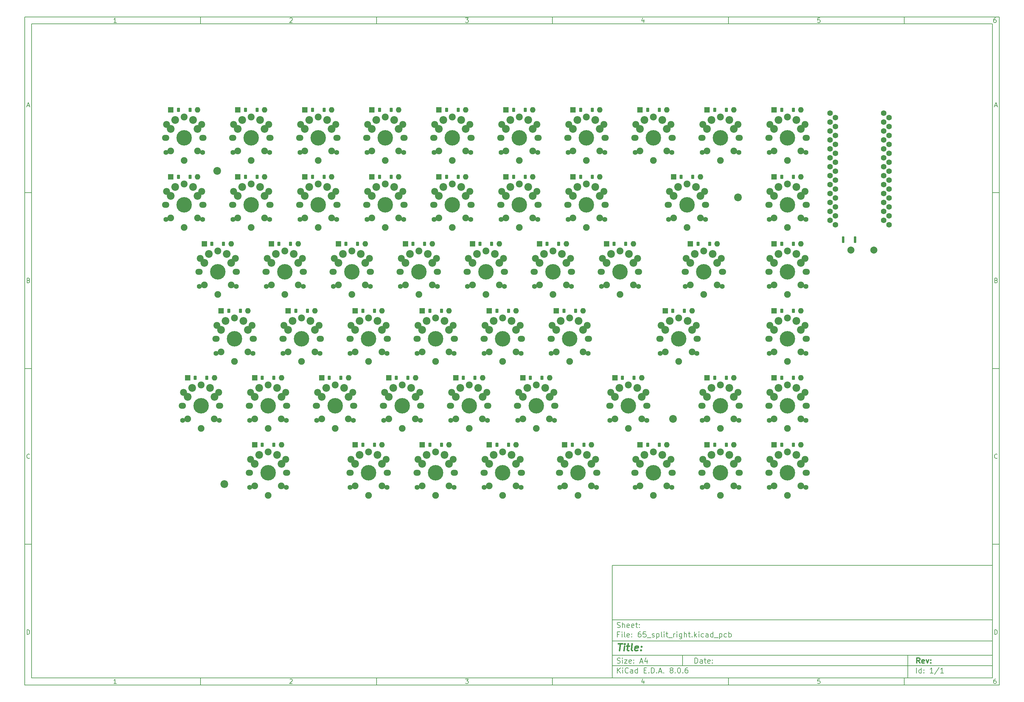
<source format=gbr>
%TF.GenerationSoftware,KiCad,Pcbnew,8.0.6*%
%TF.CreationDate,2025-05-11T12:41:04+09:00*%
%TF.ProjectId,65_split_right,36355f73-706c-4697-945f-72696768742e,rev?*%
%TF.SameCoordinates,PXf7b735cPY2136a30*%
%TF.FileFunction,Soldermask,Top*%
%TF.FilePolarity,Negative*%
%FSLAX46Y46*%
G04 Gerber Fmt 4.6, Leading zero omitted, Abs format (unit mm)*
G04 Created by KiCad (PCBNEW 8.0.6) date 2025-05-11 12:41:04*
%MOMM*%
%LPD*%
G01*
G04 APERTURE LIST*
G04 Aperture macros list*
%AMRoundRect*
0 Rectangle with rounded corners*
0 $1 Rounding radius*
0 $2 $3 $4 $5 $6 $7 $8 $9 X,Y pos of 4 corners*
0 Add a 4 corners polygon primitive as box body*
4,1,4,$2,$3,$4,$5,$6,$7,$8,$9,$2,$3,0*
0 Add four circle primitives for the rounded corners*
1,1,$1+$1,$2,$3*
1,1,$1+$1,$4,$5*
1,1,$1+$1,$6,$7*
1,1,$1+$1,$8,$9*
0 Add four rect primitives between the rounded corners*
20,1,$1+$1,$2,$3,$4,$5,0*
20,1,$1+$1,$4,$5,$6,$7,0*
20,1,$1+$1,$6,$7,$8,$9,0*
20,1,$1+$1,$8,$9,$2,$3,0*%
G04 Aperture macros list end*
%ADD10C,0.100000*%
%ADD11C,0.150000*%
%ADD12C,0.300000*%
%ADD13C,0.400000*%
%ADD14O,2.121800X1.701800*%
%ADD15C,4.400000*%
%ADD16C,2.200000*%
%ADD17C,1.970000*%
%ADD18C,1.900000*%
%ADD19R,1.600000X1.600000*%
%ADD20RoundRect,0.225000X-0.225000X-0.375000X0.225000X-0.375000X0.225000X0.375000X-0.225000X0.375000X0*%
%ADD21C,1.400000*%
%ADD22O,1.600000X1.600000*%
%ADD23C,1.600000*%
%ADD24C,2.000000*%
%ADD25RoundRect,0.170000X0.170000X0.780000X-0.170000X0.780000X-0.170000X-0.780000X0.170000X-0.780000X0*%
%ADD26C,0.700000*%
G04 APERTURE END LIST*
D10*
D11*
X-82746500Y-131180400D02*
X25253500Y-131180400D01*
X25253500Y-163180400D01*
X-82746500Y-163180400D01*
X-82746500Y-131180400D01*
D10*
D11*
X-249748700Y24826800D02*
X27253500Y24826800D01*
X27253500Y-165180400D01*
X-249748700Y-165180400D01*
X-249748700Y24826800D01*
D10*
D11*
X-247748700Y22826800D02*
X25253500Y22826800D01*
X25253500Y-163180400D01*
X-247748700Y-163180400D01*
X-247748700Y22826800D01*
D10*
D11*
X-199748700Y22826800D02*
X-199748700Y24826800D01*
D10*
D11*
X-149748700Y22826800D02*
X-149748700Y24826800D01*
D10*
D11*
X-99748700Y22826800D02*
X-99748700Y24826800D01*
D10*
D11*
X-49748700Y22826800D02*
X-49748700Y24826800D01*
D10*
D11*
X251300Y22826800D02*
X251300Y24826800D01*
D10*
D11*
X-223659540Y23233196D02*
X-224402397Y23233196D01*
X-224030969Y23233196D02*
X-224030969Y24533196D01*
X-224030969Y24533196D02*
X-224154778Y24347481D01*
X-224154778Y24347481D02*
X-224278588Y24223672D01*
X-224278588Y24223672D02*
X-224402397Y24161767D01*
D10*
D11*
X-174402397Y24409386D02*
X-174340493Y24471291D01*
X-174340493Y24471291D02*
X-174216683Y24533196D01*
X-174216683Y24533196D02*
X-173907159Y24533196D01*
X-173907159Y24533196D02*
X-173783350Y24471291D01*
X-173783350Y24471291D02*
X-173721445Y24409386D01*
X-173721445Y24409386D02*
X-173659540Y24285577D01*
X-173659540Y24285577D02*
X-173659540Y24161767D01*
X-173659540Y24161767D02*
X-173721445Y23976053D01*
X-173721445Y23976053D02*
X-174464302Y23233196D01*
X-174464302Y23233196D02*
X-173659540Y23233196D01*
D10*
D11*
X-124464302Y24533196D02*
X-123659540Y24533196D01*
X-123659540Y24533196D02*
X-124092874Y24037958D01*
X-124092874Y24037958D02*
X-123907159Y24037958D01*
X-123907159Y24037958D02*
X-123783350Y23976053D01*
X-123783350Y23976053D02*
X-123721445Y23914148D01*
X-123721445Y23914148D02*
X-123659540Y23790339D01*
X-123659540Y23790339D02*
X-123659540Y23480815D01*
X-123659540Y23480815D02*
X-123721445Y23357005D01*
X-123721445Y23357005D02*
X-123783350Y23295100D01*
X-123783350Y23295100D02*
X-123907159Y23233196D01*
X-123907159Y23233196D02*
X-124278588Y23233196D01*
X-124278588Y23233196D02*
X-124402397Y23295100D01*
X-124402397Y23295100D02*
X-124464302Y23357005D01*
D10*
D11*
X-73783350Y24099862D02*
X-73783350Y23233196D01*
X-74092874Y24595100D02*
X-74402397Y23666529D01*
X-74402397Y23666529D02*
X-73597636Y23666529D01*
D10*
D11*
X-23721445Y24533196D02*
X-24340493Y24533196D01*
X-24340493Y24533196D02*
X-24402397Y23914148D01*
X-24402397Y23914148D02*
X-24340493Y23976053D01*
X-24340493Y23976053D02*
X-24216683Y24037958D01*
X-24216683Y24037958D02*
X-23907159Y24037958D01*
X-23907159Y24037958D02*
X-23783350Y23976053D01*
X-23783350Y23976053D02*
X-23721445Y23914148D01*
X-23721445Y23914148D02*
X-23659540Y23790339D01*
X-23659540Y23790339D02*
X-23659540Y23480815D01*
X-23659540Y23480815D02*
X-23721445Y23357005D01*
X-23721445Y23357005D02*
X-23783350Y23295100D01*
X-23783350Y23295100D02*
X-23907159Y23233196D01*
X-23907159Y23233196D02*
X-24216683Y23233196D01*
X-24216683Y23233196D02*
X-24340493Y23295100D01*
X-24340493Y23295100D02*
X-24402397Y23357005D01*
D10*
D11*
X26216650Y24533196D02*
X25969031Y24533196D01*
X25969031Y24533196D02*
X25845222Y24471291D01*
X25845222Y24471291D02*
X25783317Y24409386D01*
X25783317Y24409386D02*
X25659507Y24223672D01*
X25659507Y24223672D02*
X25597603Y23976053D01*
X25597603Y23976053D02*
X25597603Y23480815D01*
X25597603Y23480815D02*
X25659507Y23357005D01*
X25659507Y23357005D02*
X25721412Y23295100D01*
X25721412Y23295100D02*
X25845222Y23233196D01*
X25845222Y23233196D02*
X26092841Y23233196D01*
X26092841Y23233196D02*
X26216650Y23295100D01*
X26216650Y23295100D02*
X26278555Y23357005D01*
X26278555Y23357005D02*
X26340460Y23480815D01*
X26340460Y23480815D02*
X26340460Y23790339D01*
X26340460Y23790339D02*
X26278555Y23914148D01*
X26278555Y23914148D02*
X26216650Y23976053D01*
X26216650Y23976053D02*
X26092841Y24037958D01*
X26092841Y24037958D02*
X25845222Y24037958D01*
X25845222Y24037958D02*
X25721412Y23976053D01*
X25721412Y23976053D02*
X25659507Y23914148D01*
X25659507Y23914148D02*
X25597603Y23790339D01*
D10*
D11*
X-199748700Y-163180400D02*
X-199748700Y-165180400D01*
D10*
D11*
X-149748700Y-163180400D02*
X-149748700Y-165180400D01*
D10*
D11*
X-99748700Y-163180400D02*
X-99748700Y-165180400D01*
D10*
D11*
X-49748700Y-163180400D02*
X-49748700Y-165180400D01*
D10*
D11*
X251300Y-163180400D02*
X251300Y-165180400D01*
D10*
D11*
X-223659540Y-164774004D02*
X-224402397Y-164774004D01*
X-224030969Y-164774004D02*
X-224030969Y-163474004D01*
X-224030969Y-163474004D02*
X-224154778Y-163659719D01*
X-224154778Y-163659719D02*
X-224278588Y-163783528D01*
X-224278588Y-163783528D02*
X-224402397Y-163845433D01*
D10*
D11*
X-174402397Y-163597814D02*
X-174340493Y-163535909D01*
X-174340493Y-163535909D02*
X-174216683Y-163474004D01*
X-174216683Y-163474004D02*
X-173907159Y-163474004D01*
X-173907159Y-163474004D02*
X-173783350Y-163535909D01*
X-173783350Y-163535909D02*
X-173721445Y-163597814D01*
X-173721445Y-163597814D02*
X-173659540Y-163721623D01*
X-173659540Y-163721623D02*
X-173659540Y-163845433D01*
X-173659540Y-163845433D02*
X-173721445Y-164031147D01*
X-173721445Y-164031147D02*
X-174464302Y-164774004D01*
X-174464302Y-164774004D02*
X-173659540Y-164774004D01*
D10*
D11*
X-124464302Y-163474004D02*
X-123659540Y-163474004D01*
X-123659540Y-163474004D02*
X-124092874Y-163969242D01*
X-124092874Y-163969242D02*
X-123907159Y-163969242D01*
X-123907159Y-163969242D02*
X-123783350Y-164031147D01*
X-123783350Y-164031147D02*
X-123721445Y-164093052D01*
X-123721445Y-164093052D02*
X-123659540Y-164216861D01*
X-123659540Y-164216861D02*
X-123659540Y-164526385D01*
X-123659540Y-164526385D02*
X-123721445Y-164650195D01*
X-123721445Y-164650195D02*
X-123783350Y-164712100D01*
X-123783350Y-164712100D02*
X-123907159Y-164774004D01*
X-123907159Y-164774004D02*
X-124278588Y-164774004D01*
X-124278588Y-164774004D02*
X-124402397Y-164712100D01*
X-124402397Y-164712100D02*
X-124464302Y-164650195D01*
D10*
D11*
X-73783350Y-163907338D02*
X-73783350Y-164774004D01*
X-74092874Y-163412100D02*
X-74402397Y-164340671D01*
X-74402397Y-164340671D02*
X-73597636Y-164340671D01*
D10*
D11*
X-23721445Y-163474004D02*
X-24340493Y-163474004D01*
X-24340493Y-163474004D02*
X-24402397Y-164093052D01*
X-24402397Y-164093052D02*
X-24340493Y-164031147D01*
X-24340493Y-164031147D02*
X-24216683Y-163969242D01*
X-24216683Y-163969242D02*
X-23907159Y-163969242D01*
X-23907159Y-163969242D02*
X-23783350Y-164031147D01*
X-23783350Y-164031147D02*
X-23721445Y-164093052D01*
X-23721445Y-164093052D02*
X-23659540Y-164216861D01*
X-23659540Y-164216861D02*
X-23659540Y-164526385D01*
X-23659540Y-164526385D02*
X-23721445Y-164650195D01*
X-23721445Y-164650195D02*
X-23783350Y-164712100D01*
X-23783350Y-164712100D02*
X-23907159Y-164774004D01*
X-23907159Y-164774004D02*
X-24216683Y-164774004D01*
X-24216683Y-164774004D02*
X-24340493Y-164712100D01*
X-24340493Y-164712100D02*
X-24402397Y-164650195D01*
D10*
D11*
X26216650Y-163474004D02*
X25969031Y-163474004D01*
X25969031Y-163474004D02*
X25845222Y-163535909D01*
X25845222Y-163535909D02*
X25783317Y-163597814D01*
X25783317Y-163597814D02*
X25659507Y-163783528D01*
X25659507Y-163783528D02*
X25597603Y-164031147D01*
X25597603Y-164031147D02*
X25597603Y-164526385D01*
X25597603Y-164526385D02*
X25659507Y-164650195D01*
X25659507Y-164650195D02*
X25721412Y-164712100D01*
X25721412Y-164712100D02*
X25845222Y-164774004D01*
X25845222Y-164774004D02*
X26092841Y-164774004D01*
X26092841Y-164774004D02*
X26216650Y-164712100D01*
X26216650Y-164712100D02*
X26278555Y-164650195D01*
X26278555Y-164650195D02*
X26340460Y-164526385D01*
X26340460Y-164526385D02*
X26340460Y-164216861D01*
X26340460Y-164216861D02*
X26278555Y-164093052D01*
X26278555Y-164093052D02*
X26216650Y-164031147D01*
X26216650Y-164031147D02*
X26092841Y-163969242D01*
X26092841Y-163969242D02*
X25845222Y-163969242D01*
X25845222Y-163969242D02*
X25721412Y-164031147D01*
X25721412Y-164031147D02*
X25659507Y-164093052D01*
X25659507Y-164093052D02*
X25597603Y-164216861D01*
D10*
D11*
X-249748700Y-25173200D02*
X-247748700Y-25173200D01*
D10*
D11*
X-249748700Y-75173200D02*
X-247748700Y-75173200D01*
D10*
D11*
X-249748700Y-125173200D02*
X-247748700Y-125173200D01*
D10*
D11*
X-249058224Y-395376D02*
X-248439177Y-395376D01*
X-249182034Y-766804D02*
X-248748701Y533196D01*
X-248748701Y533196D02*
X-248315367Y-766804D01*
D10*
D11*
X-248655843Y-50085852D02*
X-248470129Y-50147757D01*
X-248470129Y-50147757D02*
X-248408224Y-50209661D01*
X-248408224Y-50209661D02*
X-248346320Y-50333471D01*
X-248346320Y-50333471D02*
X-248346320Y-50519185D01*
X-248346320Y-50519185D02*
X-248408224Y-50642995D01*
X-248408224Y-50642995D02*
X-248470129Y-50704900D01*
X-248470129Y-50704900D02*
X-248593939Y-50766804D01*
X-248593939Y-50766804D02*
X-249089177Y-50766804D01*
X-249089177Y-50766804D02*
X-249089177Y-49466804D01*
X-249089177Y-49466804D02*
X-248655843Y-49466804D01*
X-248655843Y-49466804D02*
X-248532034Y-49528709D01*
X-248532034Y-49528709D02*
X-248470129Y-49590614D01*
X-248470129Y-49590614D02*
X-248408224Y-49714423D01*
X-248408224Y-49714423D02*
X-248408224Y-49838233D01*
X-248408224Y-49838233D02*
X-248470129Y-49962042D01*
X-248470129Y-49962042D02*
X-248532034Y-50023947D01*
X-248532034Y-50023947D02*
X-248655843Y-50085852D01*
X-248655843Y-50085852D02*
X-249089177Y-50085852D01*
D10*
D11*
X-248346320Y-100642995D02*
X-248408224Y-100704900D01*
X-248408224Y-100704900D02*
X-248593939Y-100766804D01*
X-248593939Y-100766804D02*
X-248717748Y-100766804D01*
X-248717748Y-100766804D02*
X-248903462Y-100704900D01*
X-248903462Y-100704900D02*
X-249027272Y-100581090D01*
X-249027272Y-100581090D02*
X-249089177Y-100457280D01*
X-249089177Y-100457280D02*
X-249151081Y-100209661D01*
X-249151081Y-100209661D02*
X-249151081Y-100023947D01*
X-249151081Y-100023947D02*
X-249089177Y-99776328D01*
X-249089177Y-99776328D02*
X-249027272Y-99652519D01*
X-249027272Y-99652519D02*
X-248903462Y-99528709D01*
X-248903462Y-99528709D02*
X-248717748Y-99466804D01*
X-248717748Y-99466804D02*
X-248593939Y-99466804D01*
X-248593939Y-99466804D02*
X-248408224Y-99528709D01*
X-248408224Y-99528709D02*
X-248346320Y-99590614D01*
D10*
D11*
X-249089177Y-150766804D02*
X-249089177Y-149466804D01*
X-249089177Y-149466804D02*
X-248779653Y-149466804D01*
X-248779653Y-149466804D02*
X-248593939Y-149528709D01*
X-248593939Y-149528709D02*
X-248470129Y-149652519D01*
X-248470129Y-149652519D02*
X-248408224Y-149776328D01*
X-248408224Y-149776328D02*
X-248346320Y-150023947D01*
X-248346320Y-150023947D02*
X-248346320Y-150209661D01*
X-248346320Y-150209661D02*
X-248408224Y-150457280D01*
X-248408224Y-150457280D02*
X-248470129Y-150581090D01*
X-248470129Y-150581090D02*
X-248593939Y-150704900D01*
X-248593939Y-150704900D02*
X-248779653Y-150766804D01*
X-248779653Y-150766804D02*
X-249089177Y-150766804D01*
D10*
D11*
X27253500Y-25173200D02*
X25253500Y-25173200D01*
D10*
D11*
X27253500Y-75173200D02*
X25253500Y-75173200D01*
D10*
D11*
X27253500Y-125173200D02*
X25253500Y-125173200D01*
D10*
D11*
X25943976Y-395376D02*
X26563023Y-395376D01*
X25820166Y-766804D02*
X26253499Y533196D01*
X26253499Y533196D02*
X26686833Y-766804D01*
D10*
D11*
X26346357Y-50085852D02*
X26532071Y-50147757D01*
X26532071Y-50147757D02*
X26593976Y-50209661D01*
X26593976Y-50209661D02*
X26655880Y-50333471D01*
X26655880Y-50333471D02*
X26655880Y-50519185D01*
X26655880Y-50519185D02*
X26593976Y-50642995D01*
X26593976Y-50642995D02*
X26532071Y-50704900D01*
X26532071Y-50704900D02*
X26408261Y-50766804D01*
X26408261Y-50766804D02*
X25913023Y-50766804D01*
X25913023Y-50766804D02*
X25913023Y-49466804D01*
X25913023Y-49466804D02*
X26346357Y-49466804D01*
X26346357Y-49466804D02*
X26470166Y-49528709D01*
X26470166Y-49528709D02*
X26532071Y-49590614D01*
X26532071Y-49590614D02*
X26593976Y-49714423D01*
X26593976Y-49714423D02*
X26593976Y-49838233D01*
X26593976Y-49838233D02*
X26532071Y-49962042D01*
X26532071Y-49962042D02*
X26470166Y-50023947D01*
X26470166Y-50023947D02*
X26346357Y-50085852D01*
X26346357Y-50085852D02*
X25913023Y-50085852D01*
D10*
D11*
X26655880Y-100642995D02*
X26593976Y-100704900D01*
X26593976Y-100704900D02*
X26408261Y-100766804D01*
X26408261Y-100766804D02*
X26284452Y-100766804D01*
X26284452Y-100766804D02*
X26098738Y-100704900D01*
X26098738Y-100704900D02*
X25974928Y-100581090D01*
X25974928Y-100581090D02*
X25913023Y-100457280D01*
X25913023Y-100457280D02*
X25851119Y-100209661D01*
X25851119Y-100209661D02*
X25851119Y-100023947D01*
X25851119Y-100023947D02*
X25913023Y-99776328D01*
X25913023Y-99776328D02*
X25974928Y-99652519D01*
X25974928Y-99652519D02*
X26098738Y-99528709D01*
X26098738Y-99528709D02*
X26284452Y-99466804D01*
X26284452Y-99466804D02*
X26408261Y-99466804D01*
X26408261Y-99466804D02*
X26593976Y-99528709D01*
X26593976Y-99528709D02*
X26655880Y-99590614D01*
D10*
D11*
X25913023Y-150766804D02*
X25913023Y-149466804D01*
X25913023Y-149466804D02*
X26222547Y-149466804D01*
X26222547Y-149466804D02*
X26408261Y-149528709D01*
X26408261Y-149528709D02*
X26532071Y-149652519D01*
X26532071Y-149652519D02*
X26593976Y-149776328D01*
X26593976Y-149776328D02*
X26655880Y-150023947D01*
X26655880Y-150023947D02*
X26655880Y-150209661D01*
X26655880Y-150209661D02*
X26593976Y-150457280D01*
X26593976Y-150457280D02*
X26532071Y-150581090D01*
X26532071Y-150581090D02*
X26408261Y-150704900D01*
X26408261Y-150704900D02*
X26222547Y-150766804D01*
X26222547Y-150766804D02*
X25913023Y-150766804D01*
D10*
D11*
X-59290674Y-158966528D02*
X-59290674Y-157466528D01*
X-59290674Y-157466528D02*
X-58933531Y-157466528D01*
X-58933531Y-157466528D02*
X-58719245Y-157537957D01*
X-58719245Y-157537957D02*
X-58576388Y-157680814D01*
X-58576388Y-157680814D02*
X-58504959Y-157823671D01*
X-58504959Y-157823671D02*
X-58433531Y-158109385D01*
X-58433531Y-158109385D02*
X-58433531Y-158323671D01*
X-58433531Y-158323671D02*
X-58504959Y-158609385D01*
X-58504959Y-158609385D02*
X-58576388Y-158752242D01*
X-58576388Y-158752242D02*
X-58719245Y-158895100D01*
X-58719245Y-158895100D02*
X-58933531Y-158966528D01*
X-58933531Y-158966528D02*
X-59290674Y-158966528D01*
X-57147816Y-158966528D02*
X-57147816Y-158180814D01*
X-57147816Y-158180814D02*
X-57219245Y-158037957D01*
X-57219245Y-158037957D02*
X-57362102Y-157966528D01*
X-57362102Y-157966528D02*
X-57647816Y-157966528D01*
X-57647816Y-157966528D02*
X-57790674Y-158037957D01*
X-57147816Y-158895100D02*
X-57290674Y-158966528D01*
X-57290674Y-158966528D02*
X-57647816Y-158966528D01*
X-57647816Y-158966528D02*
X-57790674Y-158895100D01*
X-57790674Y-158895100D02*
X-57862102Y-158752242D01*
X-57862102Y-158752242D02*
X-57862102Y-158609385D01*
X-57862102Y-158609385D02*
X-57790674Y-158466528D01*
X-57790674Y-158466528D02*
X-57647816Y-158395100D01*
X-57647816Y-158395100D02*
X-57290674Y-158395100D01*
X-57290674Y-158395100D02*
X-57147816Y-158323671D01*
X-56647816Y-157966528D02*
X-56076388Y-157966528D01*
X-56433531Y-157466528D02*
X-56433531Y-158752242D01*
X-56433531Y-158752242D02*
X-56362102Y-158895100D01*
X-56362102Y-158895100D02*
X-56219245Y-158966528D01*
X-56219245Y-158966528D02*
X-56076388Y-158966528D01*
X-55004959Y-158895100D02*
X-55147816Y-158966528D01*
X-55147816Y-158966528D02*
X-55433530Y-158966528D01*
X-55433530Y-158966528D02*
X-55576388Y-158895100D01*
X-55576388Y-158895100D02*
X-55647816Y-158752242D01*
X-55647816Y-158752242D02*
X-55647816Y-158180814D01*
X-55647816Y-158180814D02*
X-55576388Y-158037957D01*
X-55576388Y-158037957D02*
X-55433530Y-157966528D01*
X-55433530Y-157966528D02*
X-55147816Y-157966528D01*
X-55147816Y-157966528D02*
X-55004959Y-158037957D01*
X-55004959Y-158037957D02*
X-54933530Y-158180814D01*
X-54933530Y-158180814D02*
X-54933530Y-158323671D01*
X-54933530Y-158323671D02*
X-55647816Y-158466528D01*
X-54290674Y-158823671D02*
X-54219245Y-158895100D01*
X-54219245Y-158895100D02*
X-54290674Y-158966528D01*
X-54290674Y-158966528D02*
X-54362102Y-158895100D01*
X-54362102Y-158895100D02*
X-54290674Y-158823671D01*
X-54290674Y-158823671D02*
X-54290674Y-158966528D01*
X-54290674Y-158037957D02*
X-54219245Y-158109385D01*
X-54219245Y-158109385D02*
X-54290674Y-158180814D01*
X-54290674Y-158180814D02*
X-54362102Y-158109385D01*
X-54362102Y-158109385D02*
X-54290674Y-158037957D01*
X-54290674Y-158037957D02*
X-54290674Y-158180814D01*
D10*
D11*
X-82746500Y-159680400D02*
X25253500Y-159680400D01*
D10*
D11*
X-81290674Y-161766528D02*
X-81290674Y-160266528D01*
X-80433531Y-161766528D02*
X-81076388Y-160909385D01*
X-80433531Y-160266528D02*
X-81290674Y-161123671D01*
X-79790674Y-161766528D02*
X-79790674Y-160766528D01*
X-79790674Y-160266528D02*
X-79862102Y-160337957D01*
X-79862102Y-160337957D02*
X-79790674Y-160409385D01*
X-79790674Y-160409385D02*
X-79719245Y-160337957D01*
X-79719245Y-160337957D02*
X-79790674Y-160266528D01*
X-79790674Y-160266528D02*
X-79790674Y-160409385D01*
X-78219245Y-161623671D02*
X-78290673Y-161695100D01*
X-78290673Y-161695100D02*
X-78504959Y-161766528D01*
X-78504959Y-161766528D02*
X-78647816Y-161766528D01*
X-78647816Y-161766528D02*
X-78862102Y-161695100D01*
X-78862102Y-161695100D02*
X-79004959Y-161552242D01*
X-79004959Y-161552242D02*
X-79076388Y-161409385D01*
X-79076388Y-161409385D02*
X-79147816Y-161123671D01*
X-79147816Y-161123671D02*
X-79147816Y-160909385D01*
X-79147816Y-160909385D02*
X-79076388Y-160623671D01*
X-79076388Y-160623671D02*
X-79004959Y-160480814D01*
X-79004959Y-160480814D02*
X-78862102Y-160337957D01*
X-78862102Y-160337957D02*
X-78647816Y-160266528D01*
X-78647816Y-160266528D02*
X-78504959Y-160266528D01*
X-78504959Y-160266528D02*
X-78290673Y-160337957D01*
X-78290673Y-160337957D02*
X-78219245Y-160409385D01*
X-76933530Y-161766528D02*
X-76933530Y-160980814D01*
X-76933530Y-160980814D02*
X-77004959Y-160837957D01*
X-77004959Y-160837957D02*
X-77147816Y-160766528D01*
X-77147816Y-160766528D02*
X-77433530Y-160766528D01*
X-77433530Y-160766528D02*
X-77576388Y-160837957D01*
X-76933530Y-161695100D02*
X-77076388Y-161766528D01*
X-77076388Y-161766528D02*
X-77433530Y-161766528D01*
X-77433530Y-161766528D02*
X-77576388Y-161695100D01*
X-77576388Y-161695100D02*
X-77647816Y-161552242D01*
X-77647816Y-161552242D02*
X-77647816Y-161409385D01*
X-77647816Y-161409385D02*
X-77576388Y-161266528D01*
X-77576388Y-161266528D02*
X-77433530Y-161195100D01*
X-77433530Y-161195100D02*
X-77076388Y-161195100D01*
X-77076388Y-161195100D02*
X-76933530Y-161123671D01*
X-75576387Y-161766528D02*
X-75576387Y-160266528D01*
X-75576387Y-161695100D02*
X-75719245Y-161766528D01*
X-75719245Y-161766528D02*
X-76004959Y-161766528D01*
X-76004959Y-161766528D02*
X-76147816Y-161695100D01*
X-76147816Y-161695100D02*
X-76219245Y-161623671D01*
X-76219245Y-161623671D02*
X-76290673Y-161480814D01*
X-76290673Y-161480814D02*
X-76290673Y-161052242D01*
X-76290673Y-161052242D02*
X-76219245Y-160909385D01*
X-76219245Y-160909385D02*
X-76147816Y-160837957D01*
X-76147816Y-160837957D02*
X-76004959Y-160766528D01*
X-76004959Y-160766528D02*
X-75719245Y-160766528D01*
X-75719245Y-160766528D02*
X-75576387Y-160837957D01*
X-73719245Y-160980814D02*
X-73219245Y-160980814D01*
X-73004959Y-161766528D02*
X-73719245Y-161766528D01*
X-73719245Y-161766528D02*
X-73719245Y-160266528D01*
X-73719245Y-160266528D02*
X-73004959Y-160266528D01*
X-72362102Y-161623671D02*
X-72290673Y-161695100D01*
X-72290673Y-161695100D02*
X-72362102Y-161766528D01*
X-72362102Y-161766528D02*
X-72433530Y-161695100D01*
X-72433530Y-161695100D02*
X-72362102Y-161623671D01*
X-72362102Y-161623671D02*
X-72362102Y-161766528D01*
X-71647816Y-161766528D02*
X-71647816Y-160266528D01*
X-71647816Y-160266528D02*
X-71290673Y-160266528D01*
X-71290673Y-160266528D02*
X-71076387Y-160337957D01*
X-71076387Y-160337957D02*
X-70933530Y-160480814D01*
X-70933530Y-160480814D02*
X-70862101Y-160623671D01*
X-70862101Y-160623671D02*
X-70790673Y-160909385D01*
X-70790673Y-160909385D02*
X-70790673Y-161123671D01*
X-70790673Y-161123671D02*
X-70862101Y-161409385D01*
X-70862101Y-161409385D02*
X-70933530Y-161552242D01*
X-70933530Y-161552242D02*
X-71076387Y-161695100D01*
X-71076387Y-161695100D02*
X-71290673Y-161766528D01*
X-71290673Y-161766528D02*
X-71647816Y-161766528D01*
X-70147816Y-161623671D02*
X-70076387Y-161695100D01*
X-70076387Y-161695100D02*
X-70147816Y-161766528D01*
X-70147816Y-161766528D02*
X-70219244Y-161695100D01*
X-70219244Y-161695100D02*
X-70147816Y-161623671D01*
X-70147816Y-161623671D02*
X-70147816Y-161766528D01*
X-69504958Y-161337957D02*
X-68790672Y-161337957D01*
X-69647815Y-161766528D02*
X-69147815Y-160266528D01*
X-69147815Y-160266528D02*
X-68647815Y-161766528D01*
X-68147816Y-161623671D02*
X-68076387Y-161695100D01*
X-68076387Y-161695100D02*
X-68147816Y-161766528D01*
X-68147816Y-161766528D02*
X-68219244Y-161695100D01*
X-68219244Y-161695100D02*
X-68147816Y-161623671D01*
X-68147816Y-161623671D02*
X-68147816Y-161766528D01*
X-66076387Y-160909385D02*
X-66219244Y-160837957D01*
X-66219244Y-160837957D02*
X-66290673Y-160766528D01*
X-66290673Y-160766528D02*
X-66362101Y-160623671D01*
X-66362101Y-160623671D02*
X-66362101Y-160552242D01*
X-66362101Y-160552242D02*
X-66290673Y-160409385D01*
X-66290673Y-160409385D02*
X-66219244Y-160337957D01*
X-66219244Y-160337957D02*
X-66076387Y-160266528D01*
X-66076387Y-160266528D02*
X-65790673Y-160266528D01*
X-65790673Y-160266528D02*
X-65647815Y-160337957D01*
X-65647815Y-160337957D02*
X-65576387Y-160409385D01*
X-65576387Y-160409385D02*
X-65504958Y-160552242D01*
X-65504958Y-160552242D02*
X-65504958Y-160623671D01*
X-65504958Y-160623671D02*
X-65576387Y-160766528D01*
X-65576387Y-160766528D02*
X-65647815Y-160837957D01*
X-65647815Y-160837957D02*
X-65790673Y-160909385D01*
X-65790673Y-160909385D02*
X-66076387Y-160909385D01*
X-66076387Y-160909385D02*
X-66219244Y-160980814D01*
X-66219244Y-160980814D02*
X-66290673Y-161052242D01*
X-66290673Y-161052242D02*
X-66362101Y-161195100D01*
X-66362101Y-161195100D02*
X-66362101Y-161480814D01*
X-66362101Y-161480814D02*
X-66290673Y-161623671D01*
X-66290673Y-161623671D02*
X-66219244Y-161695100D01*
X-66219244Y-161695100D02*
X-66076387Y-161766528D01*
X-66076387Y-161766528D02*
X-65790673Y-161766528D01*
X-65790673Y-161766528D02*
X-65647815Y-161695100D01*
X-65647815Y-161695100D02*
X-65576387Y-161623671D01*
X-65576387Y-161623671D02*
X-65504958Y-161480814D01*
X-65504958Y-161480814D02*
X-65504958Y-161195100D01*
X-65504958Y-161195100D02*
X-65576387Y-161052242D01*
X-65576387Y-161052242D02*
X-65647815Y-160980814D01*
X-65647815Y-160980814D02*
X-65790673Y-160909385D01*
X-64862102Y-161623671D02*
X-64790673Y-161695100D01*
X-64790673Y-161695100D02*
X-64862102Y-161766528D01*
X-64862102Y-161766528D02*
X-64933530Y-161695100D01*
X-64933530Y-161695100D02*
X-64862102Y-161623671D01*
X-64862102Y-161623671D02*
X-64862102Y-161766528D01*
X-63862101Y-160266528D02*
X-63719244Y-160266528D01*
X-63719244Y-160266528D02*
X-63576387Y-160337957D01*
X-63576387Y-160337957D02*
X-63504958Y-160409385D01*
X-63504958Y-160409385D02*
X-63433530Y-160552242D01*
X-63433530Y-160552242D02*
X-63362101Y-160837957D01*
X-63362101Y-160837957D02*
X-63362101Y-161195100D01*
X-63362101Y-161195100D02*
X-63433530Y-161480814D01*
X-63433530Y-161480814D02*
X-63504958Y-161623671D01*
X-63504958Y-161623671D02*
X-63576387Y-161695100D01*
X-63576387Y-161695100D02*
X-63719244Y-161766528D01*
X-63719244Y-161766528D02*
X-63862101Y-161766528D01*
X-63862101Y-161766528D02*
X-64004958Y-161695100D01*
X-64004958Y-161695100D02*
X-64076387Y-161623671D01*
X-64076387Y-161623671D02*
X-64147816Y-161480814D01*
X-64147816Y-161480814D02*
X-64219244Y-161195100D01*
X-64219244Y-161195100D02*
X-64219244Y-160837957D01*
X-64219244Y-160837957D02*
X-64147816Y-160552242D01*
X-64147816Y-160552242D02*
X-64076387Y-160409385D01*
X-64076387Y-160409385D02*
X-64004958Y-160337957D01*
X-64004958Y-160337957D02*
X-63862101Y-160266528D01*
X-62719245Y-161623671D02*
X-62647816Y-161695100D01*
X-62647816Y-161695100D02*
X-62719245Y-161766528D01*
X-62719245Y-161766528D02*
X-62790673Y-161695100D01*
X-62790673Y-161695100D02*
X-62719245Y-161623671D01*
X-62719245Y-161623671D02*
X-62719245Y-161766528D01*
X-61362101Y-160266528D02*
X-61647816Y-160266528D01*
X-61647816Y-160266528D02*
X-61790673Y-160337957D01*
X-61790673Y-160337957D02*
X-61862101Y-160409385D01*
X-61862101Y-160409385D02*
X-62004959Y-160623671D01*
X-62004959Y-160623671D02*
X-62076387Y-160909385D01*
X-62076387Y-160909385D02*
X-62076387Y-161480814D01*
X-62076387Y-161480814D02*
X-62004959Y-161623671D01*
X-62004959Y-161623671D02*
X-61933530Y-161695100D01*
X-61933530Y-161695100D02*
X-61790673Y-161766528D01*
X-61790673Y-161766528D02*
X-61504959Y-161766528D01*
X-61504959Y-161766528D02*
X-61362101Y-161695100D01*
X-61362101Y-161695100D02*
X-61290673Y-161623671D01*
X-61290673Y-161623671D02*
X-61219244Y-161480814D01*
X-61219244Y-161480814D02*
X-61219244Y-161123671D01*
X-61219244Y-161123671D02*
X-61290673Y-160980814D01*
X-61290673Y-160980814D02*
X-61362101Y-160909385D01*
X-61362101Y-160909385D02*
X-61504959Y-160837957D01*
X-61504959Y-160837957D02*
X-61790673Y-160837957D01*
X-61790673Y-160837957D02*
X-61933530Y-160909385D01*
X-61933530Y-160909385D02*
X-62004959Y-160980814D01*
X-62004959Y-160980814D02*
X-62076387Y-161123671D01*
D10*
D11*
X-82746500Y-156680400D02*
X25253500Y-156680400D01*
D10*
D12*
X4665153Y-158958728D02*
X4165153Y-158244442D01*
X3808010Y-158958728D02*
X3808010Y-157458728D01*
X3808010Y-157458728D02*
X4379439Y-157458728D01*
X4379439Y-157458728D02*
X4522296Y-157530157D01*
X4522296Y-157530157D02*
X4593725Y-157601585D01*
X4593725Y-157601585D02*
X4665153Y-157744442D01*
X4665153Y-157744442D02*
X4665153Y-157958728D01*
X4665153Y-157958728D02*
X4593725Y-158101585D01*
X4593725Y-158101585D02*
X4522296Y-158173014D01*
X4522296Y-158173014D02*
X4379439Y-158244442D01*
X4379439Y-158244442D02*
X3808010Y-158244442D01*
X5879439Y-158887300D02*
X5736582Y-158958728D01*
X5736582Y-158958728D02*
X5450868Y-158958728D01*
X5450868Y-158958728D02*
X5308010Y-158887300D01*
X5308010Y-158887300D02*
X5236582Y-158744442D01*
X5236582Y-158744442D02*
X5236582Y-158173014D01*
X5236582Y-158173014D02*
X5308010Y-158030157D01*
X5308010Y-158030157D02*
X5450868Y-157958728D01*
X5450868Y-157958728D02*
X5736582Y-157958728D01*
X5736582Y-157958728D02*
X5879439Y-158030157D01*
X5879439Y-158030157D02*
X5950868Y-158173014D01*
X5950868Y-158173014D02*
X5950868Y-158315871D01*
X5950868Y-158315871D02*
X5236582Y-158458728D01*
X6450867Y-157958728D02*
X6808010Y-158958728D01*
X6808010Y-158958728D02*
X7165153Y-157958728D01*
X7736581Y-158815871D02*
X7808010Y-158887300D01*
X7808010Y-158887300D02*
X7736581Y-158958728D01*
X7736581Y-158958728D02*
X7665153Y-158887300D01*
X7665153Y-158887300D02*
X7736581Y-158815871D01*
X7736581Y-158815871D02*
X7736581Y-158958728D01*
X7736581Y-158030157D02*
X7808010Y-158101585D01*
X7808010Y-158101585D02*
X7736581Y-158173014D01*
X7736581Y-158173014D02*
X7665153Y-158101585D01*
X7665153Y-158101585D02*
X7736581Y-158030157D01*
X7736581Y-158030157D02*
X7736581Y-158173014D01*
D10*
D11*
X-81362102Y-158895100D02*
X-81147816Y-158966528D01*
X-81147816Y-158966528D02*
X-80790674Y-158966528D01*
X-80790674Y-158966528D02*
X-80647816Y-158895100D01*
X-80647816Y-158895100D02*
X-80576388Y-158823671D01*
X-80576388Y-158823671D02*
X-80504959Y-158680814D01*
X-80504959Y-158680814D02*
X-80504959Y-158537957D01*
X-80504959Y-158537957D02*
X-80576388Y-158395100D01*
X-80576388Y-158395100D02*
X-80647816Y-158323671D01*
X-80647816Y-158323671D02*
X-80790674Y-158252242D01*
X-80790674Y-158252242D02*
X-81076388Y-158180814D01*
X-81076388Y-158180814D02*
X-81219245Y-158109385D01*
X-81219245Y-158109385D02*
X-81290674Y-158037957D01*
X-81290674Y-158037957D02*
X-81362102Y-157895100D01*
X-81362102Y-157895100D02*
X-81362102Y-157752242D01*
X-81362102Y-157752242D02*
X-81290674Y-157609385D01*
X-81290674Y-157609385D02*
X-81219245Y-157537957D01*
X-81219245Y-157537957D02*
X-81076388Y-157466528D01*
X-81076388Y-157466528D02*
X-80719245Y-157466528D01*
X-80719245Y-157466528D02*
X-80504959Y-157537957D01*
X-79862103Y-158966528D02*
X-79862103Y-157966528D01*
X-79862103Y-157466528D02*
X-79933531Y-157537957D01*
X-79933531Y-157537957D02*
X-79862103Y-157609385D01*
X-79862103Y-157609385D02*
X-79790674Y-157537957D01*
X-79790674Y-157537957D02*
X-79862103Y-157466528D01*
X-79862103Y-157466528D02*
X-79862103Y-157609385D01*
X-79290674Y-157966528D02*
X-78504959Y-157966528D01*
X-78504959Y-157966528D02*
X-79290674Y-158966528D01*
X-79290674Y-158966528D02*
X-78504959Y-158966528D01*
X-77362102Y-158895100D02*
X-77504959Y-158966528D01*
X-77504959Y-158966528D02*
X-77790673Y-158966528D01*
X-77790673Y-158966528D02*
X-77933531Y-158895100D01*
X-77933531Y-158895100D02*
X-78004959Y-158752242D01*
X-78004959Y-158752242D02*
X-78004959Y-158180814D01*
X-78004959Y-158180814D02*
X-77933531Y-158037957D01*
X-77933531Y-158037957D02*
X-77790673Y-157966528D01*
X-77790673Y-157966528D02*
X-77504959Y-157966528D01*
X-77504959Y-157966528D02*
X-77362102Y-158037957D01*
X-77362102Y-158037957D02*
X-77290673Y-158180814D01*
X-77290673Y-158180814D02*
X-77290673Y-158323671D01*
X-77290673Y-158323671D02*
X-78004959Y-158466528D01*
X-76647817Y-158823671D02*
X-76576388Y-158895100D01*
X-76576388Y-158895100D02*
X-76647817Y-158966528D01*
X-76647817Y-158966528D02*
X-76719245Y-158895100D01*
X-76719245Y-158895100D02*
X-76647817Y-158823671D01*
X-76647817Y-158823671D02*
X-76647817Y-158966528D01*
X-76647817Y-158037957D02*
X-76576388Y-158109385D01*
X-76576388Y-158109385D02*
X-76647817Y-158180814D01*
X-76647817Y-158180814D02*
X-76719245Y-158109385D01*
X-76719245Y-158109385D02*
X-76647817Y-158037957D01*
X-76647817Y-158037957D02*
X-76647817Y-158180814D01*
X-74862102Y-158537957D02*
X-74147816Y-158537957D01*
X-75004959Y-158966528D02*
X-74504959Y-157466528D01*
X-74504959Y-157466528D02*
X-74004959Y-158966528D01*
X-72862102Y-157966528D02*
X-72862102Y-158966528D01*
X-73219245Y-157395100D02*
X-73576388Y-158466528D01*
X-73576388Y-158466528D02*
X-72647817Y-158466528D01*
D10*
D11*
X3709326Y-161766528D02*
X3709326Y-160266528D01*
X5066470Y-161766528D02*
X5066470Y-160266528D01*
X5066470Y-161695100D02*
X4923612Y-161766528D01*
X4923612Y-161766528D02*
X4637898Y-161766528D01*
X4637898Y-161766528D02*
X4495041Y-161695100D01*
X4495041Y-161695100D02*
X4423612Y-161623671D01*
X4423612Y-161623671D02*
X4352184Y-161480814D01*
X4352184Y-161480814D02*
X4352184Y-161052242D01*
X4352184Y-161052242D02*
X4423612Y-160909385D01*
X4423612Y-160909385D02*
X4495041Y-160837957D01*
X4495041Y-160837957D02*
X4637898Y-160766528D01*
X4637898Y-160766528D02*
X4923612Y-160766528D01*
X4923612Y-160766528D02*
X5066470Y-160837957D01*
X5780755Y-161623671D02*
X5852184Y-161695100D01*
X5852184Y-161695100D02*
X5780755Y-161766528D01*
X5780755Y-161766528D02*
X5709327Y-161695100D01*
X5709327Y-161695100D02*
X5780755Y-161623671D01*
X5780755Y-161623671D02*
X5780755Y-161766528D01*
X5780755Y-160837957D02*
X5852184Y-160909385D01*
X5852184Y-160909385D02*
X5780755Y-160980814D01*
X5780755Y-160980814D02*
X5709327Y-160909385D01*
X5709327Y-160909385D02*
X5780755Y-160837957D01*
X5780755Y-160837957D02*
X5780755Y-160980814D01*
X8423613Y-161766528D02*
X7566470Y-161766528D01*
X7995041Y-161766528D02*
X7995041Y-160266528D01*
X7995041Y-160266528D02*
X7852184Y-160480814D01*
X7852184Y-160480814D02*
X7709327Y-160623671D01*
X7709327Y-160623671D02*
X7566470Y-160695100D01*
X10137898Y-160195100D02*
X8852184Y-162123671D01*
X11423613Y-161766528D02*
X10566470Y-161766528D01*
X10995041Y-161766528D02*
X10995041Y-160266528D01*
X10995041Y-160266528D02*
X10852184Y-160480814D01*
X10852184Y-160480814D02*
X10709327Y-160623671D01*
X10709327Y-160623671D02*
X10566470Y-160695100D01*
D10*
D11*
X-82746500Y-152680400D02*
X25253500Y-152680400D01*
D10*
D13*
X-81054772Y-153384838D02*
X-79911915Y-153384838D01*
X-80733343Y-155384838D02*
X-80483343Y-153384838D01*
X-79495248Y-155384838D02*
X-79328581Y-154051504D01*
X-79245248Y-153384838D02*
X-79352391Y-153480076D01*
X-79352391Y-153480076D02*
X-79269057Y-153575314D01*
X-79269057Y-153575314D02*
X-79161914Y-153480076D01*
X-79161914Y-153480076D02*
X-79245248Y-153384838D01*
X-79245248Y-153384838D02*
X-79269057Y-153575314D01*
X-78661914Y-154051504D02*
X-77900010Y-154051504D01*
X-78292867Y-153384838D02*
X-78507152Y-155099123D01*
X-78507152Y-155099123D02*
X-78435724Y-155289600D01*
X-78435724Y-155289600D02*
X-78257152Y-155384838D01*
X-78257152Y-155384838D02*
X-78066676Y-155384838D01*
X-77114295Y-155384838D02*
X-77292867Y-155289600D01*
X-77292867Y-155289600D02*
X-77364295Y-155099123D01*
X-77364295Y-155099123D02*
X-77150010Y-153384838D01*
X-75578581Y-155289600D02*
X-75780962Y-155384838D01*
X-75780962Y-155384838D02*
X-76161915Y-155384838D01*
X-76161915Y-155384838D02*
X-76340486Y-155289600D01*
X-76340486Y-155289600D02*
X-76411915Y-155099123D01*
X-76411915Y-155099123D02*
X-76316676Y-154337219D01*
X-76316676Y-154337219D02*
X-76197629Y-154146742D01*
X-76197629Y-154146742D02*
X-75995248Y-154051504D01*
X-75995248Y-154051504D02*
X-75614296Y-154051504D01*
X-75614296Y-154051504D02*
X-75435724Y-154146742D01*
X-75435724Y-154146742D02*
X-75364296Y-154337219D01*
X-75364296Y-154337219D02*
X-75388105Y-154527695D01*
X-75388105Y-154527695D02*
X-76364296Y-154718171D01*
X-74614295Y-155194361D02*
X-74530962Y-155289600D01*
X-74530962Y-155289600D02*
X-74638105Y-155384838D01*
X-74638105Y-155384838D02*
X-74721438Y-155289600D01*
X-74721438Y-155289600D02*
X-74614295Y-155194361D01*
X-74614295Y-155194361D02*
X-74638105Y-155384838D01*
X-74483343Y-154146742D02*
X-74400010Y-154241980D01*
X-74400010Y-154241980D02*
X-74507152Y-154337219D01*
X-74507152Y-154337219D02*
X-74590486Y-154241980D01*
X-74590486Y-154241980D02*
X-74483343Y-154146742D01*
X-74483343Y-154146742D02*
X-74507152Y-154337219D01*
D10*
D11*
X-80790674Y-150780814D02*
X-81290674Y-150780814D01*
X-81290674Y-151566528D02*
X-81290674Y-150066528D01*
X-81290674Y-150066528D02*
X-80576388Y-150066528D01*
X-80004960Y-151566528D02*
X-80004960Y-150566528D01*
X-80004960Y-150066528D02*
X-80076388Y-150137957D01*
X-80076388Y-150137957D02*
X-80004960Y-150209385D01*
X-80004960Y-150209385D02*
X-79933531Y-150137957D01*
X-79933531Y-150137957D02*
X-80004960Y-150066528D01*
X-80004960Y-150066528D02*
X-80004960Y-150209385D01*
X-79076388Y-151566528D02*
X-79219245Y-151495100D01*
X-79219245Y-151495100D02*
X-79290674Y-151352242D01*
X-79290674Y-151352242D02*
X-79290674Y-150066528D01*
X-77933531Y-151495100D02*
X-78076388Y-151566528D01*
X-78076388Y-151566528D02*
X-78362102Y-151566528D01*
X-78362102Y-151566528D02*
X-78504960Y-151495100D01*
X-78504960Y-151495100D02*
X-78576388Y-151352242D01*
X-78576388Y-151352242D02*
X-78576388Y-150780814D01*
X-78576388Y-150780814D02*
X-78504960Y-150637957D01*
X-78504960Y-150637957D02*
X-78362102Y-150566528D01*
X-78362102Y-150566528D02*
X-78076388Y-150566528D01*
X-78076388Y-150566528D02*
X-77933531Y-150637957D01*
X-77933531Y-150637957D02*
X-77862102Y-150780814D01*
X-77862102Y-150780814D02*
X-77862102Y-150923671D01*
X-77862102Y-150923671D02*
X-78576388Y-151066528D01*
X-77219246Y-151423671D02*
X-77147817Y-151495100D01*
X-77147817Y-151495100D02*
X-77219246Y-151566528D01*
X-77219246Y-151566528D02*
X-77290674Y-151495100D01*
X-77290674Y-151495100D02*
X-77219246Y-151423671D01*
X-77219246Y-151423671D02*
X-77219246Y-151566528D01*
X-77219246Y-150637957D02*
X-77147817Y-150709385D01*
X-77147817Y-150709385D02*
X-77219246Y-150780814D01*
X-77219246Y-150780814D02*
X-77290674Y-150709385D01*
X-77290674Y-150709385D02*
X-77219246Y-150637957D01*
X-77219246Y-150637957D02*
X-77219246Y-150780814D01*
X-74719245Y-150066528D02*
X-75004960Y-150066528D01*
X-75004960Y-150066528D02*
X-75147817Y-150137957D01*
X-75147817Y-150137957D02*
X-75219245Y-150209385D01*
X-75219245Y-150209385D02*
X-75362103Y-150423671D01*
X-75362103Y-150423671D02*
X-75433531Y-150709385D01*
X-75433531Y-150709385D02*
X-75433531Y-151280814D01*
X-75433531Y-151280814D02*
X-75362103Y-151423671D01*
X-75362103Y-151423671D02*
X-75290674Y-151495100D01*
X-75290674Y-151495100D02*
X-75147817Y-151566528D01*
X-75147817Y-151566528D02*
X-74862103Y-151566528D01*
X-74862103Y-151566528D02*
X-74719245Y-151495100D01*
X-74719245Y-151495100D02*
X-74647817Y-151423671D01*
X-74647817Y-151423671D02*
X-74576388Y-151280814D01*
X-74576388Y-151280814D02*
X-74576388Y-150923671D01*
X-74576388Y-150923671D02*
X-74647817Y-150780814D01*
X-74647817Y-150780814D02*
X-74719245Y-150709385D01*
X-74719245Y-150709385D02*
X-74862103Y-150637957D01*
X-74862103Y-150637957D02*
X-75147817Y-150637957D01*
X-75147817Y-150637957D02*
X-75290674Y-150709385D01*
X-75290674Y-150709385D02*
X-75362103Y-150780814D01*
X-75362103Y-150780814D02*
X-75433531Y-150923671D01*
X-73219246Y-150066528D02*
X-73933532Y-150066528D01*
X-73933532Y-150066528D02*
X-74004960Y-150780814D01*
X-74004960Y-150780814D02*
X-73933532Y-150709385D01*
X-73933532Y-150709385D02*
X-73790674Y-150637957D01*
X-73790674Y-150637957D02*
X-73433532Y-150637957D01*
X-73433532Y-150637957D02*
X-73290674Y-150709385D01*
X-73290674Y-150709385D02*
X-73219246Y-150780814D01*
X-73219246Y-150780814D02*
X-73147817Y-150923671D01*
X-73147817Y-150923671D02*
X-73147817Y-151280814D01*
X-73147817Y-151280814D02*
X-73219246Y-151423671D01*
X-73219246Y-151423671D02*
X-73290674Y-151495100D01*
X-73290674Y-151495100D02*
X-73433532Y-151566528D01*
X-73433532Y-151566528D02*
X-73790674Y-151566528D01*
X-73790674Y-151566528D02*
X-73933532Y-151495100D01*
X-73933532Y-151495100D02*
X-74004960Y-151423671D01*
X-72862103Y-151709385D02*
X-71719246Y-151709385D01*
X-71433532Y-151495100D02*
X-71290675Y-151566528D01*
X-71290675Y-151566528D02*
X-71004961Y-151566528D01*
X-71004961Y-151566528D02*
X-70862104Y-151495100D01*
X-70862104Y-151495100D02*
X-70790675Y-151352242D01*
X-70790675Y-151352242D02*
X-70790675Y-151280814D01*
X-70790675Y-151280814D02*
X-70862104Y-151137957D01*
X-70862104Y-151137957D02*
X-71004961Y-151066528D01*
X-71004961Y-151066528D02*
X-71219246Y-151066528D01*
X-71219246Y-151066528D02*
X-71362104Y-150995100D01*
X-71362104Y-150995100D02*
X-71433532Y-150852242D01*
X-71433532Y-150852242D02*
X-71433532Y-150780814D01*
X-71433532Y-150780814D02*
X-71362104Y-150637957D01*
X-71362104Y-150637957D02*
X-71219246Y-150566528D01*
X-71219246Y-150566528D02*
X-71004961Y-150566528D01*
X-71004961Y-150566528D02*
X-70862104Y-150637957D01*
X-70147818Y-150566528D02*
X-70147818Y-152066528D01*
X-70147818Y-150637957D02*
X-70004960Y-150566528D01*
X-70004960Y-150566528D02*
X-69719246Y-150566528D01*
X-69719246Y-150566528D02*
X-69576389Y-150637957D01*
X-69576389Y-150637957D02*
X-69504960Y-150709385D01*
X-69504960Y-150709385D02*
X-69433532Y-150852242D01*
X-69433532Y-150852242D02*
X-69433532Y-151280814D01*
X-69433532Y-151280814D02*
X-69504960Y-151423671D01*
X-69504960Y-151423671D02*
X-69576389Y-151495100D01*
X-69576389Y-151495100D02*
X-69719246Y-151566528D01*
X-69719246Y-151566528D02*
X-70004960Y-151566528D01*
X-70004960Y-151566528D02*
X-70147818Y-151495100D01*
X-68576389Y-151566528D02*
X-68719246Y-151495100D01*
X-68719246Y-151495100D02*
X-68790675Y-151352242D01*
X-68790675Y-151352242D02*
X-68790675Y-150066528D01*
X-68004961Y-151566528D02*
X-68004961Y-150566528D01*
X-68004961Y-150066528D02*
X-68076389Y-150137957D01*
X-68076389Y-150137957D02*
X-68004961Y-150209385D01*
X-68004961Y-150209385D02*
X-67933532Y-150137957D01*
X-67933532Y-150137957D02*
X-68004961Y-150066528D01*
X-68004961Y-150066528D02*
X-68004961Y-150209385D01*
X-67504960Y-150566528D02*
X-66933532Y-150566528D01*
X-67290675Y-150066528D02*
X-67290675Y-151352242D01*
X-67290675Y-151352242D02*
X-67219246Y-151495100D01*
X-67219246Y-151495100D02*
X-67076389Y-151566528D01*
X-67076389Y-151566528D02*
X-66933532Y-151566528D01*
X-66790674Y-151709385D02*
X-65647817Y-151709385D01*
X-65290675Y-151566528D02*
X-65290675Y-150566528D01*
X-65290675Y-150852242D02*
X-65219246Y-150709385D01*
X-65219246Y-150709385D02*
X-65147817Y-150637957D01*
X-65147817Y-150637957D02*
X-65004960Y-150566528D01*
X-65004960Y-150566528D02*
X-64862103Y-150566528D01*
X-64362104Y-151566528D02*
X-64362104Y-150566528D01*
X-64362104Y-150066528D02*
X-64433532Y-150137957D01*
X-64433532Y-150137957D02*
X-64362104Y-150209385D01*
X-64362104Y-150209385D02*
X-64290675Y-150137957D01*
X-64290675Y-150137957D02*
X-64362104Y-150066528D01*
X-64362104Y-150066528D02*
X-64362104Y-150209385D01*
X-63004960Y-150566528D02*
X-63004960Y-151780814D01*
X-63004960Y-151780814D02*
X-63076389Y-151923671D01*
X-63076389Y-151923671D02*
X-63147818Y-151995100D01*
X-63147818Y-151995100D02*
X-63290675Y-152066528D01*
X-63290675Y-152066528D02*
X-63504960Y-152066528D01*
X-63504960Y-152066528D02*
X-63647818Y-151995100D01*
X-63004960Y-151495100D02*
X-63147818Y-151566528D01*
X-63147818Y-151566528D02*
X-63433532Y-151566528D01*
X-63433532Y-151566528D02*
X-63576389Y-151495100D01*
X-63576389Y-151495100D02*
X-63647818Y-151423671D01*
X-63647818Y-151423671D02*
X-63719246Y-151280814D01*
X-63719246Y-151280814D02*
X-63719246Y-150852242D01*
X-63719246Y-150852242D02*
X-63647818Y-150709385D01*
X-63647818Y-150709385D02*
X-63576389Y-150637957D01*
X-63576389Y-150637957D02*
X-63433532Y-150566528D01*
X-63433532Y-150566528D02*
X-63147818Y-150566528D01*
X-63147818Y-150566528D02*
X-63004960Y-150637957D01*
X-62290675Y-151566528D02*
X-62290675Y-150066528D01*
X-61647817Y-151566528D02*
X-61647817Y-150780814D01*
X-61647817Y-150780814D02*
X-61719246Y-150637957D01*
X-61719246Y-150637957D02*
X-61862103Y-150566528D01*
X-61862103Y-150566528D02*
X-62076389Y-150566528D01*
X-62076389Y-150566528D02*
X-62219246Y-150637957D01*
X-62219246Y-150637957D02*
X-62290675Y-150709385D01*
X-61147817Y-150566528D02*
X-60576389Y-150566528D01*
X-60933532Y-150066528D02*
X-60933532Y-151352242D01*
X-60933532Y-151352242D02*
X-60862103Y-151495100D01*
X-60862103Y-151495100D02*
X-60719246Y-151566528D01*
X-60719246Y-151566528D02*
X-60576389Y-151566528D01*
X-60076389Y-151423671D02*
X-60004960Y-151495100D01*
X-60004960Y-151495100D02*
X-60076389Y-151566528D01*
X-60076389Y-151566528D02*
X-60147817Y-151495100D01*
X-60147817Y-151495100D02*
X-60076389Y-151423671D01*
X-60076389Y-151423671D02*
X-60076389Y-151566528D01*
X-59362103Y-151566528D02*
X-59362103Y-150066528D01*
X-59219245Y-150995100D02*
X-58790674Y-151566528D01*
X-58790674Y-150566528D02*
X-59362103Y-151137957D01*
X-58147817Y-151566528D02*
X-58147817Y-150566528D01*
X-58147817Y-150066528D02*
X-58219245Y-150137957D01*
X-58219245Y-150137957D02*
X-58147817Y-150209385D01*
X-58147817Y-150209385D02*
X-58076388Y-150137957D01*
X-58076388Y-150137957D02*
X-58147817Y-150066528D01*
X-58147817Y-150066528D02*
X-58147817Y-150209385D01*
X-56790673Y-151495100D02*
X-56933531Y-151566528D01*
X-56933531Y-151566528D02*
X-57219245Y-151566528D01*
X-57219245Y-151566528D02*
X-57362102Y-151495100D01*
X-57362102Y-151495100D02*
X-57433531Y-151423671D01*
X-57433531Y-151423671D02*
X-57504959Y-151280814D01*
X-57504959Y-151280814D02*
X-57504959Y-150852242D01*
X-57504959Y-150852242D02*
X-57433531Y-150709385D01*
X-57433531Y-150709385D02*
X-57362102Y-150637957D01*
X-57362102Y-150637957D02*
X-57219245Y-150566528D01*
X-57219245Y-150566528D02*
X-56933531Y-150566528D01*
X-56933531Y-150566528D02*
X-56790673Y-150637957D01*
X-55504959Y-151566528D02*
X-55504959Y-150780814D01*
X-55504959Y-150780814D02*
X-55576388Y-150637957D01*
X-55576388Y-150637957D02*
X-55719245Y-150566528D01*
X-55719245Y-150566528D02*
X-56004959Y-150566528D01*
X-56004959Y-150566528D02*
X-56147817Y-150637957D01*
X-55504959Y-151495100D02*
X-55647817Y-151566528D01*
X-55647817Y-151566528D02*
X-56004959Y-151566528D01*
X-56004959Y-151566528D02*
X-56147817Y-151495100D01*
X-56147817Y-151495100D02*
X-56219245Y-151352242D01*
X-56219245Y-151352242D02*
X-56219245Y-151209385D01*
X-56219245Y-151209385D02*
X-56147817Y-151066528D01*
X-56147817Y-151066528D02*
X-56004959Y-150995100D01*
X-56004959Y-150995100D02*
X-55647817Y-150995100D01*
X-55647817Y-150995100D02*
X-55504959Y-150923671D01*
X-54147816Y-151566528D02*
X-54147816Y-150066528D01*
X-54147816Y-151495100D02*
X-54290674Y-151566528D01*
X-54290674Y-151566528D02*
X-54576388Y-151566528D01*
X-54576388Y-151566528D02*
X-54719245Y-151495100D01*
X-54719245Y-151495100D02*
X-54790674Y-151423671D01*
X-54790674Y-151423671D02*
X-54862102Y-151280814D01*
X-54862102Y-151280814D02*
X-54862102Y-150852242D01*
X-54862102Y-150852242D02*
X-54790674Y-150709385D01*
X-54790674Y-150709385D02*
X-54719245Y-150637957D01*
X-54719245Y-150637957D02*
X-54576388Y-150566528D01*
X-54576388Y-150566528D02*
X-54290674Y-150566528D01*
X-54290674Y-150566528D02*
X-54147816Y-150637957D01*
X-53790673Y-151709385D02*
X-52647816Y-151709385D01*
X-52290674Y-150566528D02*
X-52290674Y-152066528D01*
X-52290674Y-150637957D02*
X-52147816Y-150566528D01*
X-52147816Y-150566528D02*
X-51862102Y-150566528D01*
X-51862102Y-150566528D02*
X-51719245Y-150637957D01*
X-51719245Y-150637957D02*
X-51647816Y-150709385D01*
X-51647816Y-150709385D02*
X-51576388Y-150852242D01*
X-51576388Y-150852242D02*
X-51576388Y-151280814D01*
X-51576388Y-151280814D02*
X-51647816Y-151423671D01*
X-51647816Y-151423671D02*
X-51719245Y-151495100D01*
X-51719245Y-151495100D02*
X-51862102Y-151566528D01*
X-51862102Y-151566528D02*
X-52147816Y-151566528D01*
X-52147816Y-151566528D02*
X-52290674Y-151495100D01*
X-50290673Y-151495100D02*
X-50433531Y-151566528D01*
X-50433531Y-151566528D02*
X-50719245Y-151566528D01*
X-50719245Y-151566528D02*
X-50862102Y-151495100D01*
X-50862102Y-151495100D02*
X-50933531Y-151423671D01*
X-50933531Y-151423671D02*
X-51004959Y-151280814D01*
X-51004959Y-151280814D02*
X-51004959Y-150852242D01*
X-51004959Y-150852242D02*
X-50933531Y-150709385D01*
X-50933531Y-150709385D02*
X-50862102Y-150637957D01*
X-50862102Y-150637957D02*
X-50719245Y-150566528D01*
X-50719245Y-150566528D02*
X-50433531Y-150566528D01*
X-50433531Y-150566528D02*
X-50290673Y-150637957D01*
X-49647817Y-151566528D02*
X-49647817Y-150066528D01*
X-49647817Y-150637957D02*
X-49504959Y-150566528D01*
X-49504959Y-150566528D02*
X-49219245Y-150566528D01*
X-49219245Y-150566528D02*
X-49076388Y-150637957D01*
X-49076388Y-150637957D02*
X-49004959Y-150709385D01*
X-49004959Y-150709385D02*
X-48933531Y-150852242D01*
X-48933531Y-150852242D02*
X-48933531Y-151280814D01*
X-48933531Y-151280814D02*
X-49004959Y-151423671D01*
X-49004959Y-151423671D02*
X-49076388Y-151495100D01*
X-49076388Y-151495100D02*
X-49219245Y-151566528D01*
X-49219245Y-151566528D02*
X-49504959Y-151566528D01*
X-49504959Y-151566528D02*
X-49647817Y-151495100D01*
D10*
D11*
X-82746500Y-146680400D02*
X25253500Y-146680400D01*
D10*
D11*
X-81362102Y-148795100D02*
X-81147816Y-148866528D01*
X-81147816Y-148866528D02*
X-80790674Y-148866528D01*
X-80790674Y-148866528D02*
X-80647816Y-148795100D01*
X-80647816Y-148795100D02*
X-80576388Y-148723671D01*
X-80576388Y-148723671D02*
X-80504959Y-148580814D01*
X-80504959Y-148580814D02*
X-80504959Y-148437957D01*
X-80504959Y-148437957D02*
X-80576388Y-148295100D01*
X-80576388Y-148295100D02*
X-80647816Y-148223671D01*
X-80647816Y-148223671D02*
X-80790674Y-148152242D01*
X-80790674Y-148152242D02*
X-81076388Y-148080814D01*
X-81076388Y-148080814D02*
X-81219245Y-148009385D01*
X-81219245Y-148009385D02*
X-81290674Y-147937957D01*
X-81290674Y-147937957D02*
X-81362102Y-147795100D01*
X-81362102Y-147795100D02*
X-81362102Y-147652242D01*
X-81362102Y-147652242D02*
X-81290674Y-147509385D01*
X-81290674Y-147509385D02*
X-81219245Y-147437957D01*
X-81219245Y-147437957D02*
X-81076388Y-147366528D01*
X-81076388Y-147366528D02*
X-80719245Y-147366528D01*
X-80719245Y-147366528D02*
X-80504959Y-147437957D01*
X-79862103Y-148866528D02*
X-79862103Y-147366528D01*
X-79219245Y-148866528D02*
X-79219245Y-148080814D01*
X-79219245Y-148080814D02*
X-79290674Y-147937957D01*
X-79290674Y-147937957D02*
X-79433531Y-147866528D01*
X-79433531Y-147866528D02*
X-79647817Y-147866528D01*
X-79647817Y-147866528D02*
X-79790674Y-147937957D01*
X-79790674Y-147937957D02*
X-79862103Y-148009385D01*
X-77933531Y-148795100D02*
X-78076388Y-148866528D01*
X-78076388Y-148866528D02*
X-78362102Y-148866528D01*
X-78362102Y-148866528D02*
X-78504960Y-148795100D01*
X-78504960Y-148795100D02*
X-78576388Y-148652242D01*
X-78576388Y-148652242D02*
X-78576388Y-148080814D01*
X-78576388Y-148080814D02*
X-78504960Y-147937957D01*
X-78504960Y-147937957D02*
X-78362102Y-147866528D01*
X-78362102Y-147866528D02*
X-78076388Y-147866528D01*
X-78076388Y-147866528D02*
X-77933531Y-147937957D01*
X-77933531Y-147937957D02*
X-77862102Y-148080814D01*
X-77862102Y-148080814D02*
X-77862102Y-148223671D01*
X-77862102Y-148223671D02*
X-78576388Y-148366528D01*
X-76647817Y-148795100D02*
X-76790674Y-148866528D01*
X-76790674Y-148866528D02*
X-77076388Y-148866528D01*
X-77076388Y-148866528D02*
X-77219246Y-148795100D01*
X-77219246Y-148795100D02*
X-77290674Y-148652242D01*
X-77290674Y-148652242D02*
X-77290674Y-148080814D01*
X-77290674Y-148080814D02*
X-77219246Y-147937957D01*
X-77219246Y-147937957D02*
X-77076388Y-147866528D01*
X-77076388Y-147866528D02*
X-76790674Y-147866528D01*
X-76790674Y-147866528D02*
X-76647817Y-147937957D01*
X-76647817Y-147937957D02*
X-76576388Y-148080814D01*
X-76576388Y-148080814D02*
X-76576388Y-148223671D01*
X-76576388Y-148223671D02*
X-77290674Y-148366528D01*
X-76147817Y-147866528D02*
X-75576389Y-147866528D01*
X-75933532Y-147366528D02*
X-75933532Y-148652242D01*
X-75933532Y-148652242D02*
X-75862103Y-148795100D01*
X-75862103Y-148795100D02*
X-75719246Y-148866528D01*
X-75719246Y-148866528D02*
X-75576389Y-148866528D01*
X-75076389Y-148723671D02*
X-75004960Y-148795100D01*
X-75004960Y-148795100D02*
X-75076389Y-148866528D01*
X-75076389Y-148866528D02*
X-75147817Y-148795100D01*
X-75147817Y-148795100D02*
X-75076389Y-148723671D01*
X-75076389Y-148723671D02*
X-75076389Y-148866528D01*
X-75076389Y-147937957D02*
X-75004960Y-148009385D01*
X-75004960Y-148009385D02*
X-75076389Y-148080814D01*
X-75076389Y-148080814D02*
X-75147817Y-148009385D01*
X-75147817Y-148009385D02*
X-75076389Y-147937957D01*
X-75076389Y-147937957D02*
X-75076389Y-148080814D01*
D10*
D11*
X-62746500Y-156680400D02*
X-62746500Y-159680400D01*
D10*
D11*
X1253500Y-156680400D02*
X1253500Y-163180400D01*
D14*
%TO.C,SW8*%
X-76339000Y-9525000D03*
D15*
X-71049000Y-9525000D03*
D14*
X-65759000Y-9525000D03*
D16*
X-73589000Y-4445000D03*
D17*
X-71049000Y-3625000D03*
D18*
X-71049000Y-16025000D03*
D16*
X-68509000Y-4445000D03*
D19*
X-74859000Y-1575000D03*
D20*
X-72699000Y-1575000D03*
D21*
X-76269000Y-13725000D03*
D17*
X-76049000Y-5725000D03*
D16*
X-74859000Y-6985000D03*
D18*
X-74849000Y-13325000D03*
D20*
X-69399000Y-1575000D03*
D18*
X-67249000Y-13325000D03*
D22*
X-67239000Y-1575000D03*
D16*
X-67239000Y-6985000D03*
D17*
X-66049000Y-5725000D03*
D21*
X-65829000Y-13725000D03*
%TD*%
D14*
%TO.C,SW20*%
X-200164000Y-47625000D03*
D15*
X-194874000Y-47625000D03*
D14*
X-189584000Y-47625000D03*
D16*
X-197414000Y-42545000D03*
D17*
X-194874000Y-41725000D03*
D18*
X-194874000Y-54125000D03*
D16*
X-192334000Y-42545000D03*
D19*
X-198684000Y-39675000D03*
D20*
X-196524000Y-39675000D03*
D21*
X-200094000Y-51825000D03*
D17*
X-199874000Y-43825000D03*
D16*
X-198684000Y-45085000D03*
D18*
X-198674000Y-51425000D03*
D20*
X-193224000Y-39675000D03*
D18*
X-191074000Y-51425000D03*
D22*
X-191064000Y-39675000D03*
D16*
X-191064000Y-45085000D03*
D17*
X-189874000Y-43825000D03*
D21*
X-189654000Y-51825000D03*
%TD*%
D14*
%TO.C,SW7*%
X-95389000Y-9525000D03*
D15*
X-90099000Y-9525000D03*
D14*
X-84809000Y-9525000D03*
D16*
X-92639000Y-4445000D03*
D17*
X-90099000Y-3625000D03*
D18*
X-90099000Y-16025000D03*
D16*
X-87559000Y-4445000D03*
D19*
X-93909000Y-1575000D03*
D20*
X-91749000Y-1575000D03*
D21*
X-95319000Y-13725000D03*
D17*
X-95099000Y-5725000D03*
D16*
X-93909000Y-6985000D03*
D18*
X-93899000Y-13325000D03*
D20*
X-88449000Y-1575000D03*
D18*
X-86299000Y-13325000D03*
D22*
X-86289000Y-1575000D03*
D16*
X-86289000Y-6985000D03*
D17*
X-85099000Y-5725000D03*
D21*
X-84879000Y-13725000D03*
%TD*%
D14*
%TO.C,SW53*%
X-38239000Y-104775000D03*
D15*
X-32949000Y-104775000D03*
D14*
X-27659000Y-104775000D03*
D16*
X-35489000Y-99695000D03*
D17*
X-32949000Y-98875000D03*
D18*
X-32949000Y-111275000D03*
D16*
X-30409000Y-99695000D03*
D19*
X-36759000Y-96825000D03*
D20*
X-34599000Y-96825000D03*
D21*
X-38169000Y-108975000D03*
D17*
X-37949000Y-100975000D03*
D16*
X-36759000Y-102235000D03*
D18*
X-36749000Y-108575000D03*
D20*
X-31299000Y-96825000D03*
D18*
X-29149000Y-108575000D03*
D22*
X-29139000Y-96825000D03*
D16*
X-29139000Y-102235000D03*
D17*
X-27949000Y-100975000D03*
D21*
X-27729000Y-108975000D03*
%TD*%
D23*
%TO.C,U1*%
X-20884000Y-5080000D03*
X-4120000Y-6349996D03*
X-20884000Y-7620000D03*
X-4120000Y-8889996D03*
X-20884000Y-10160000D03*
X-4120000Y-11429996D03*
X-20884000Y-12700000D03*
X-4120000Y-13969996D03*
X-20884000Y-15240000D03*
X-4120000Y-16509996D03*
X-20884000Y-17780000D03*
X-4120000Y-19049996D03*
X-20884000Y-20320000D03*
X-4120000Y-21589996D03*
X-20884000Y-22860000D03*
X-4120000Y-24129996D03*
X-20884000Y-25400000D03*
X-4120000Y-26669996D03*
X-20884000Y-27940000D03*
X-4120000Y-29209996D03*
X-20884000Y-30480000D03*
X-4120000Y-31749996D03*
X-20884000Y-33020000D03*
X-4120000Y-34289996D03*
X-5644000Y-33020000D03*
X-19360000Y-34289996D03*
X-5644000Y-30480000D03*
X-19360000Y-31749996D03*
X-5644000Y-27940000D03*
X-19360000Y-29209996D03*
X-5644000Y-25400000D03*
X-19360000Y-26669996D03*
X-5644000Y-22860000D03*
X-19360000Y-24129996D03*
X-5644000Y-20320000D03*
X-19360000Y-21589996D03*
X-5644000Y-17780000D03*
X-19360000Y-19049996D03*
X-5644000Y-15240000D03*
X-19360000Y-16509996D03*
X-5644000Y-12700000D03*
X-19360000Y-13969996D03*
X-5644000Y-10160000D03*
X-19360000Y-11429996D03*
X-5644000Y-7620000D03*
X-19360000Y-8889996D03*
X-5644000Y-5080000D03*
X-19360000Y-6349996D03*
X-5644000Y-2540000D03*
X-19360000Y-3809996D03*
X-20884000Y-2540000D03*
X-4120000Y-3810000D03*
%TD*%
D14*
%TO.C,SW37*%
X-204926500Y-85725000D03*
D15*
X-199636500Y-85725000D03*
D14*
X-194346500Y-85725000D03*
D16*
X-202176500Y-80645000D03*
D17*
X-199636500Y-79825000D03*
D18*
X-199636500Y-92225000D03*
D16*
X-197096500Y-80645000D03*
D19*
X-203446500Y-77775000D03*
D20*
X-201286500Y-77775000D03*
D21*
X-204856500Y-89925000D03*
D17*
X-204636500Y-81925000D03*
D16*
X-203446500Y-83185000D03*
D18*
X-203436500Y-89525000D03*
D20*
X-197986500Y-77775000D03*
D18*
X-195836500Y-89525000D03*
D22*
X-195826500Y-77775000D03*
D16*
X-195826500Y-83185000D03*
D17*
X-194636500Y-81925000D03*
D21*
X-194416500Y-89925000D03*
%TD*%
D24*
%TO.C,J2*%
X-14924000Y-41500000D03*
%TD*%
D16*
%TO.C,H1*%
X-47000000Y-26500000D03*
%TD*%
D14*
%TO.C,SW2*%
X-190639000Y-9525000D03*
D15*
X-185349000Y-9525000D03*
D14*
X-180059000Y-9525000D03*
D16*
X-187889000Y-4445000D03*
D17*
X-185349000Y-3625000D03*
D18*
X-185349000Y-16025000D03*
D16*
X-182809000Y-4445000D03*
D19*
X-189159000Y-1575000D03*
D20*
X-186999000Y-1575000D03*
D21*
X-190569000Y-13725000D03*
D17*
X-190349000Y-5725000D03*
D16*
X-189159000Y-6985000D03*
D18*
X-189149000Y-13325000D03*
D20*
X-183699000Y-1575000D03*
D18*
X-181549000Y-13325000D03*
D22*
X-181539000Y-1575000D03*
D16*
X-181539000Y-6985000D03*
D17*
X-180349000Y-5725000D03*
D21*
X-180129000Y-13725000D03*
%TD*%
D14*
%TO.C,SW30*%
X-176351500Y-66675000D03*
D15*
X-171061500Y-66675000D03*
D14*
X-165771500Y-66675000D03*
D16*
X-173601500Y-61595000D03*
D17*
X-171061500Y-60775000D03*
D18*
X-171061500Y-73175000D03*
D16*
X-168521500Y-61595000D03*
D19*
X-174871500Y-58725000D03*
D20*
X-172711500Y-58725000D03*
D21*
X-176281500Y-70875000D03*
D17*
X-176061500Y-62875000D03*
D16*
X-174871500Y-64135000D03*
D18*
X-174861500Y-70475000D03*
D20*
X-169411500Y-58725000D03*
D18*
X-167261500Y-70475000D03*
D22*
X-167251500Y-58725000D03*
D16*
X-167251500Y-64135000D03*
D17*
X-166061500Y-62875000D03*
D21*
X-165841500Y-70875000D03*
%TD*%
D14*
%TO.C,SW27*%
X-62051500Y-47625000D03*
D15*
X-56761500Y-47625000D03*
D14*
X-51471500Y-47625000D03*
D16*
X-59301500Y-42545000D03*
D17*
X-56761500Y-41725000D03*
D18*
X-56761500Y-54125000D03*
D16*
X-54221500Y-42545000D03*
D19*
X-60571500Y-39675000D03*
D20*
X-58411500Y-39675000D03*
D21*
X-61981500Y-51825000D03*
D17*
X-61761500Y-43825000D03*
D16*
X-60571500Y-45085000D03*
D18*
X-60561500Y-51425000D03*
D20*
X-55111500Y-39675000D03*
D18*
X-52961500Y-51425000D03*
D22*
X-52951500Y-39675000D03*
D16*
X-52951500Y-45085000D03*
D17*
X-51761500Y-43825000D03*
D21*
X-51541500Y-51825000D03*
%TD*%
D14*
%TO.C,SW23*%
X-143014000Y-47625000D03*
D15*
X-137724000Y-47625000D03*
D14*
X-132434000Y-47625000D03*
D16*
X-140264000Y-42545000D03*
D17*
X-137724000Y-41725000D03*
D18*
X-137724000Y-54125000D03*
D16*
X-135184000Y-42545000D03*
D19*
X-141534000Y-39675000D03*
D20*
X-139374000Y-39675000D03*
D21*
X-142944000Y-51825000D03*
D17*
X-142724000Y-43825000D03*
D16*
X-141534000Y-45085000D03*
D18*
X-141524000Y-51425000D03*
D20*
X-136074000Y-39675000D03*
D18*
X-133924000Y-51425000D03*
D22*
X-133914000Y-39675000D03*
D16*
X-133914000Y-45085000D03*
D17*
X-132724000Y-43825000D03*
D21*
X-132504000Y-51825000D03*
%TD*%
D14*
%TO.C,SW10*%
X-38239000Y-9525000D03*
D15*
X-32949000Y-9525000D03*
D14*
X-27659000Y-9525000D03*
D16*
X-35489000Y-4445000D03*
D17*
X-32949000Y-3625000D03*
D18*
X-32949000Y-16025000D03*
D16*
X-30409000Y-4445000D03*
D19*
X-36759000Y-1575000D03*
D20*
X-34599000Y-1575000D03*
D21*
X-38169000Y-13725000D03*
D17*
X-37949000Y-5725000D03*
D16*
X-36759000Y-6985000D03*
D18*
X-36749000Y-13325000D03*
D20*
X-31299000Y-1575000D03*
D18*
X-29149000Y-13325000D03*
D22*
X-29139000Y-1575000D03*
D16*
X-29139000Y-6985000D03*
D17*
X-27949000Y-5725000D03*
D21*
X-27729000Y-13725000D03*
%TD*%
D14*
%TO.C,SW16*%
X-114439000Y-28575000D03*
D15*
X-109149000Y-28575000D03*
D14*
X-103859000Y-28575000D03*
D16*
X-111689000Y-23495000D03*
D17*
X-109149000Y-22675000D03*
D18*
X-109149000Y-35075000D03*
D16*
X-106609000Y-23495000D03*
D19*
X-112959000Y-20625000D03*
D20*
X-110799000Y-20625000D03*
D21*
X-114369000Y-32775000D03*
D17*
X-114149000Y-24775000D03*
D16*
X-112959000Y-26035000D03*
D18*
X-112949000Y-32375000D03*
D20*
X-107499000Y-20625000D03*
D18*
X-105349000Y-32375000D03*
D22*
X-105339000Y-20625000D03*
D16*
X-105339000Y-26035000D03*
D17*
X-104149000Y-24775000D03*
D21*
X-103929000Y-32775000D03*
%TD*%
D14*
%TO.C,SW22*%
X-162064000Y-47625000D03*
D15*
X-156774000Y-47625000D03*
D14*
X-151484000Y-47625000D03*
D16*
X-159314000Y-42545000D03*
D17*
X-156774000Y-41725000D03*
D18*
X-156774000Y-54125000D03*
D16*
X-154234000Y-42545000D03*
D19*
X-160584000Y-39675000D03*
D20*
X-158424000Y-39675000D03*
D21*
X-161994000Y-51825000D03*
D17*
X-161774000Y-43825000D03*
D16*
X-160584000Y-45085000D03*
D18*
X-160574000Y-51425000D03*
D20*
X-155124000Y-39675000D03*
D18*
X-152974000Y-51425000D03*
D22*
X-152964000Y-39675000D03*
D16*
X-152964000Y-45085000D03*
D17*
X-151774000Y-43825000D03*
D21*
X-151554000Y-51825000D03*
%TD*%
D14*
%TO.C,SW39*%
X-166826500Y-85725000D03*
D15*
X-161536500Y-85725000D03*
D14*
X-156246500Y-85725000D03*
D16*
X-164076500Y-80645000D03*
D17*
X-161536500Y-79825000D03*
D18*
X-161536500Y-92225000D03*
D16*
X-158996500Y-80645000D03*
D19*
X-165346500Y-77775000D03*
D20*
X-163186500Y-77775000D03*
D21*
X-166756500Y-89925000D03*
D17*
X-166536500Y-81925000D03*
D16*
X-165346500Y-83185000D03*
D18*
X-165336500Y-89525000D03*
D20*
X-159886500Y-77775000D03*
D18*
X-157736500Y-89525000D03*
D22*
X-157726500Y-77775000D03*
D16*
X-157726500Y-83185000D03*
D17*
X-156536500Y-81925000D03*
D21*
X-156316500Y-89925000D03*
%TD*%
D14*
%TO.C,SW13*%
X-171589000Y-28575000D03*
D15*
X-166299000Y-28575000D03*
D14*
X-161009000Y-28575000D03*
D16*
X-168839000Y-23495000D03*
D17*
X-166299000Y-22675000D03*
D18*
X-166299000Y-35075000D03*
D16*
X-163759000Y-23495000D03*
D19*
X-170109000Y-20625000D03*
D20*
X-167949000Y-20625000D03*
D21*
X-171519000Y-32775000D03*
D17*
X-171299000Y-24775000D03*
D16*
X-170109000Y-26035000D03*
D18*
X-170099000Y-32375000D03*
D20*
X-164649000Y-20625000D03*
D18*
X-162499000Y-32375000D03*
D22*
X-162489000Y-20625000D03*
D16*
X-162489000Y-26035000D03*
D17*
X-161299000Y-24775000D03*
D21*
X-161079000Y-32775000D03*
%TD*%
D14*
%TO.C,SW21*%
X-181114000Y-47625000D03*
D15*
X-175824000Y-47625000D03*
D14*
X-170534000Y-47625000D03*
D16*
X-178364000Y-42545000D03*
D17*
X-175824000Y-41725000D03*
D18*
X-175824000Y-54125000D03*
D16*
X-173284000Y-42545000D03*
D19*
X-179634000Y-39675000D03*
D20*
X-177474000Y-39675000D03*
D21*
X-181044000Y-51825000D03*
D17*
X-180824000Y-43825000D03*
D16*
X-179634000Y-45085000D03*
D18*
X-179624000Y-51425000D03*
D20*
X-174174000Y-39675000D03*
D18*
X-172024000Y-51425000D03*
D22*
X-172014000Y-39675000D03*
D16*
X-172014000Y-45085000D03*
D17*
X-170824000Y-43825000D03*
D21*
X-170604000Y-51825000D03*
%TD*%
D14*
%TO.C,SW42*%
X-109676500Y-85725000D03*
D15*
X-104386500Y-85725000D03*
D14*
X-99096500Y-85725000D03*
D16*
X-106926500Y-80645000D03*
D17*
X-104386500Y-79825000D03*
D18*
X-104386500Y-92225000D03*
D16*
X-101846500Y-80645000D03*
D19*
X-108196500Y-77775000D03*
D20*
X-106036500Y-77775000D03*
D21*
X-109606500Y-89925000D03*
D17*
X-109386500Y-81925000D03*
D16*
X-108196500Y-83185000D03*
D18*
X-108186500Y-89525000D03*
D20*
X-102736500Y-77775000D03*
D18*
X-100586500Y-89525000D03*
D22*
X-100576500Y-77775000D03*
D16*
X-100576500Y-83185000D03*
D17*
X-99386500Y-81925000D03*
D21*
X-99166500Y-89925000D03*
%TD*%
D14*
%TO.C,SW43*%
X-83482750Y-85725000D03*
D15*
X-78192750Y-85725000D03*
D14*
X-72902750Y-85725000D03*
D16*
X-80732750Y-80645000D03*
D17*
X-78192750Y-79825000D03*
D18*
X-78192750Y-92225000D03*
D16*
X-75652750Y-80645000D03*
D19*
X-82002750Y-77775000D03*
D20*
X-79842750Y-77775000D03*
D21*
X-83412750Y-89925000D03*
D17*
X-83192750Y-81925000D03*
D16*
X-82002750Y-83185000D03*
D18*
X-81992750Y-89525000D03*
D20*
X-76542750Y-77775000D03*
D18*
X-74392750Y-89525000D03*
D22*
X-74382750Y-77775000D03*
D16*
X-74382750Y-83185000D03*
D17*
X-73192750Y-81925000D03*
D21*
X-72972750Y-89925000D03*
%TD*%
D16*
%TO.C,H2*%
X-193000000Y-108000000D03*
%TD*%
D14*
%TO.C,SW4*%
X-152539000Y-9525000D03*
D15*
X-147249000Y-9525000D03*
D14*
X-141959000Y-9525000D03*
D16*
X-149789000Y-4445000D03*
D17*
X-147249000Y-3625000D03*
D18*
X-147249000Y-16025000D03*
D16*
X-144709000Y-4445000D03*
D19*
X-151059000Y-1575000D03*
D20*
X-148899000Y-1575000D03*
D21*
X-152469000Y-13725000D03*
D17*
X-152249000Y-5725000D03*
D16*
X-151059000Y-6985000D03*
D18*
X-151049000Y-13325000D03*
D20*
X-145599000Y-1575000D03*
D18*
X-143449000Y-13325000D03*
D22*
X-143439000Y-1575000D03*
D16*
X-143439000Y-6985000D03*
D17*
X-142249000Y-5725000D03*
D21*
X-142029000Y-13725000D03*
%TD*%
D14*
%TO.C,SW17*%
X-95389000Y-28575000D03*
D15*
X-90099000Y-28575000D03*
D14*
X-84809000Y-28575000D03*
D16*
X-92639000Y-23495000D03*
D17*
X-90099000Y-22675000D03*
D18*
X-90099000Y-35075000D03*
D16*
X-87559000Y-23495000D03*
D19*
X-93909000Y-20625000D03*
D20*
X-91749000Y-20625000D03*
D21*
X-95319000Y-32775000D03*
D17*
X-95099000Y-24775000D03*
D16*
X-93909000Y-26035000D03*
D18*
X-93899000Y-32375000D03*
D20*
X-88449000Y-20625000D03*
D18*
X-86299000Y-32375000D03*
D22*
X-86289000Y-20625000D03*
D16*
X-86289000Y-26035000D03*
D17*
X-85099000Y-24775000D03*
D21*
X-84879000Y-32775000D03*
%TD*%
D14*
%TO.C,SW11*%
X-209689000Y-28575000D03*
D15*
X-204399000Y-28575000D03*
D14*
X-199109000Y-28575000D03*
D16*
X-206939000Y-23495000D03*
D17*
X-204399000Y-22675000D03*
D18*
X-204399000Y-35075000D03*
D16*
X-201859000Y-23495000D03*
D19*
X-208209000Y-20625000D03*
D20*
X-206049000Y-20625000D03*
D21*
X-209619000Y-32775000D03*
D17*
X-209399000Y-24775000D03*
D16*
X-208209000Y-26035000D03*
D18*
X-208199000Y-32375000D03*
D20*
X-202749000Y-20625000D03*
D18*
X-200599000Y-32375000D03*
D22*
X-200589000Y-20625000D03*
D16*
X-200589000Y-26035000D03*
D17*
X-199399000Y-24775000D03*
D21*
X-199179000Y-32775000D03*
%TD*%
D14*
%TO.C,SW48*%
X-138251500Y-104775000D03*
D15*
X-132961500Y-104775000D03*
D14*
X-127671500Y-104775000D03*
D16*
X-135501500Y-99695000D03*
D17*
X-132961500Y-98875000D03*
D18*
X-132961500Y-111275000D03*
D16*
X-130421500Y-99695000D03*
D19*
X-136771500Y-96825000D03*
D20*
X-134611500Y-96825000D03*
D21*
X-138181500Y-108975000D03*
D17*
X-137961500Y-100975000D03*
D16*
X-136771500Y-102235000D03*
D18*
X-136761500Y-108575000D03*
D20*
X-131311500Y-96825000D03*
D18*
X-129161500Y-108575000D03*
D22*
X-129151500Y-96825000D03*
D16*
X-129151500Y-102235000D03*
D17*
X-127961500Y-100975000D03*
D21*
X-127741500Y-108975000D03*
%TD*%
D14*
%TO.C,SW15*%
X-133489000Y-28575000D03*
D15*
X-128199000Y-28575000D03*
D14*
X-122909000Y-28575000D03*
D16*
X-130739000Y-23495000D03*
D17*
X-128199000Y-22675000D03*
D18*
X-128199000Y-35075000D03*
D16*
X-125659000Y-23495000D03*
D19*
X-132009000Y-20625000D03*
D20*
X-129849000Y-20625000D03*
D21*
X-133419000Y-32775000D03*
D17*
X-133199000Y-24775000D03*
D16*
X-132009000Y-26035000D03*
D18*
X-131999000Y-32375000D03*
D20*
X-126549000Y-20625000D03*
D18*
X-124399000Y-32375000D03*
D22*
X-124389000Y-20625000D03*
D16*
X-124389000Y-26035000D03*
D17*
X-123199000Y-24775000D03*
D21*
X-122979000Y-32775000D03*
%TD*%
D14*
%TO.C,SW26*%
X-85864000Y-47625000D03*
D15*
X-80574000Y-47625000D03*
D14*
X-75284000Y-47625000D03*
D16*
X-83114000Y-42545000D03*
D17*
X-80574000Y-41725000D03*
D18*
X-80574000Y-54125000D03*
D16*
X-78034000Y-42545000D03*
D19*
X-84384000Y-39675000D03*
D20*
X-82224000Y-39675000D03*
D21*
X-85794000Y-51825000D03*
D17*
X-85574000Y-43825000D03*
D16*
X-84384000Y-45085000D03*
D18*
X-84374000Y-51425000D03*
D20*
X-78924000Y-39675000D03*
D18*
X-76774000Y-51425000D03*
D22*
X-76764000Y-39675000D03*
D16*
X-76764000Y-45085000D03*
D17*
X-75574000Y-43825000D03*
D21*
X-75354000Y-51825000D03*
%TD*%
D14*
%TO.C,SW24*%
X-123964000Y-47625000D03*
D15*
X-118674000Y-47625000D03*
D14*
X-113384000Y-47625000D03*
D16*
X-121214000Y-42545000D03*
D17*
X-118674000Y-41725000D03*
D18*
X-118674000Y-54125000D03*
D16*
X-116134000Y-42545000D03*
D19*
X-122484000Y-39675000D03*
D20*
X-120324000Y-39675000D03*
D21*
X-123894000Y-51825000D03*
D17*
X-123674000Y-43825000D03*
D16*
X-122484000Y-45085000D03*
D18*
X-122474000Y-51425000D03*
D20*
X-117024000Y-39675000D03*
D18*
X-114874000Y-51425000D03*
D22*
X-114864000Y-39675000D03*
D16*
X-114864000Y-45085000D03*
D17*
X-113674000Y-43825000D03*
D21*
X-113454000Y-51825000D03*
%TD*%
D14*
%TO.C,SW46*%
X-185876500Y-104775000D03*
D15*
X-180586500Y-104775000D03*
D14*
X-175296500Y-104775000D03*
D16*
X-183126500Y-99695000D03*
D17*
X-180586500Y-98875000D03*
D18*
X-180586500Y-111275000D03*
D16*
X-178046500Y-99695000D03*
D19*
X-184396500Y-96825000D03*
D20*
X-182236500Y-96825000D03*
D21*
X-185806500Y-108975000D03*
D17*
X-185586500Y-100975000D03*
D16*
X-184396500Y-102235000D03*
D18*
X-184386500Y-108575000D03*
D20*
X-178936500Y-96825000D03*
D18*
X-176786500Y-108575000D03*
D22*
X-176776500Y-96825000D03*
D16*
X-176776500Y-102235000D03*
D17*
X-175586500Y-100975000D03*
D21*
X-175366500Y-108975000D03*
%TD*%
D14*
%TO.C,SW45*%
X-38239000Y-85725000D03*
D15*
X-32949000Y-85725000D03*
D14*
X-27659000Y-85725000D03*
D16*
X-35489000Y-80645000D03*
D17*
X-32949000Y-79825000D03*
D18*
X-32949000Y-92225000D03*
D16*
X-30409000Y-80645000D03*
D19*
X-36759000Y-77775000D03*
D20*
X-34599000Y-77775000D03*
D21*
X-38169000Y-89925000D03*
D17*
X-37949000Y-81925000D03*
D16*
X-36759000Y-83185000D03*
D18*
X-36749000Y-89525000D03*
D20*
X-31299000Y-77775000D03*
D18*
X-29149000Y-89525000D03*
D22*
X-29139000Y-77775000D03*
D16*
X-29139000Y-83185000D03*
D17*
X-27949000Y-81925000D03*
D21*
X-27729000Y-89925000D03*
%TD*%
D14*
%TO.C,SW9*%
X-57289000Y-9525000D03*
D15*
X-51999000Y-9525000D03*
D14*
X-46709000Y-9525000D03*
D16*
X-54539000Y-4445000D03*
D17*
X-51999000Y-3625000D03*
D18*
X-51999000Y-16025000D03*
D16*
X-49459000Y-4445000D03*
D19*
X-55809000Y-1575000D03*
D20*
X-53649000Y-1575000D03*
D21*
X-57219000Y-13725000D03*
D17*
X-56999000Y-5725000D03*
D16*
X-55809000Y-6985000D03*
D18*
X-55799000Y-13325000D03*
D20*
X-50349000Y-1575000D03*
D18*
X-48199000Y-13325000D03*
D22*
X-48189000Y-1575000D03*
D16*
X-48189000Y-6985000D03*
D17*
X-46999000Y-5725000D03*
D21*
X-46779000Y-13725000D03*
%TD*%
D14*
%TO.C,SW44*%
X-57289000Y-85725000D03*
D15*
X-51999000Y-85725000D03*
D14*
X-46709000Y-85725000D03*
D16*
X-54539000Y-80645000D03*
D17*
X-51999000Y-79825000D03*
D18*
X-51999000Y-92225000D03*
D16*
X-49459000Y-80645000D03*
D19*
X-55809000Y-77775000D03*
D20*
X-53649000Y-77775000D03*
D21*
X-57219000Y-89925000D03*
D17*
X-56999000Y-81925000D03*
D16*
X-55809000Y-83185000D03*
D18*
X-55799000Y-89525000D03*
D20*
X-50349000Y-77775000D03*
D18*
X-48199000Y-89525000D03*
D22*
X-48189000Y-77775000D03*
D16*
X-48189000Y-83185000D03*
D17*
X-46999000Y-81925000D03*
D21*
X-46779000Y-89925000D03*
%TD*%
D14*
%TO.C,SW28*%
X-38239000Y-47625000D03*
D15*
X-32949000Y-47625000D03*
D14*
X-27659000Y-47625000D03*
D16*
X-35489000Y-42545000D03*
D17*
X-32949000Y-41725000D03*
D18*
X-32949000Y-54125000D03*
D16*
X-30409000Y-42545000D03*
D19*
X-36759000Y-39675000D03*
D20*
X-34599000Y-39675000D03*
D21*
X-38169000Y-51825000D03*
D17*
X-37949000Y-43825000D03*
D16*
X-36759000Y-45085000D03*
D18*
X-36749000Y-51425000D03*
D20*
X-31299000Y-39675000D03*
D18*
X-29149000Y-51425000D03*
D22*
X-29139000Y-39675000D03*
D16*
X-29139000Y-45085000D03*
D17*
X-27949000Y-43825000D03*
D21*
X-27729000Y-51825000D03*
%TD*%
D16*
%TO.C,H3*%
X-65500000Y-89500000D03*
%TD*%
D14*
%TO.C,SW47*%
X-157301500Y-104775000D03*
D15*
X-152011500Y-104775000D03*
D14*
X-146721500Y-104775000D03*
D16*
X-154551500Y-99695000D03*
D17*
X-152011500Y-98875000D03*
D18*
X-152011500Y-111275000D03*
D16*
X-149471500Y-99695000D03*
D19*
X-155821500Y-96825000D03*
D20*
X-153661500Y-96825000D03*
D21*
X-157231500Y-108975000D03*
D17*
X-157011500Y-100975000D03*
D16*
X-155821500Y-102235000D03*
D18*
X-155811500Y-108575000D03*
D20*
X-150361500Y-96825000D03*
D18*
X-148211500Y-108575000D03*
D22*
X-148201500Y-96825000D03*
D16*
X-148201500Y-102235000D03*
D17*
X-147011500Y-100975000D03*
D21*
X-146791500Y-108975000D03*
%TD*%
D14*
%TO.C,SW32*%
X-138251500Y-66675000D03*
D15*
X-132961500Y-66675000D03*
D14*
X-127671500Y-66675000D03*
D16*
X-135501500Y-61595000D03*
D17*
X-132961500Y-60775000D03*
D18*
X-132961500Y-73175000D03*
D16*
X-130421500Y-61595000D03*
D19*
X-136771500Y-58725000D03*
D20*
X-134611500Y-58725000D03*
D21*
X-138181500Y-70875000D03*
D17*
X-137961500Y-62875000D03*
D16*
X-136771500Y-64135000D03*
D18*
X-136761500Y-70475000D03*
D20*
X-131311500Y-58725000D03*
D18*
X-129161500Y-70475000D03*
D22*
X-129151500Y-58725000D03*
D16*
X-129151500Y-64135000D03*
D17*
X-127961500Y-62875000D03*
D21*
X-127741500Y-70875000D03*
%TD*%
D14*
%TO.C,SW18*%
X-66814000Y-28575000D03*
D15*
X-61524000Y-28575000D03*
D14*
X-56234000Y-28575000D03*
D16*
X-64064000Y-23495000D03*
D17*
X-61524000Y-22675000D03*
D18*
X-61524000Y-35075000D03*
D16*
X-58984000Y-23495000D03*
D19*
X-65334000Y-20625000D03*
D20*
X-63174000Y-20625000D03*
D21*
X-66744000Y-32775000D03*
D17*
X-66524000Y-24775000D03*
D16*
X-65334000Y-26035000D03*
D18*
X-65324000Y-32375000D03*
D20*
X-59874000Y-20625000D03*
D18*
X-57724000Y-32375000D03*
D22*
X-57714000Y-20625000D03*
D16*
X-57714000Y-26035000D03*
D17*
X-56524000Y-24775000D03*
D21*
X-56304000Y-32775000D03*
%TD*%
D14*
%TO.C,SW51*%
X-76339000Y-104775000D03*
D15*
X-71049000Y-104775000D03*
D14*
X-65759000Y-104775000D03*
D16*
X-73589000Y-99695000D03*
D17*
X-71049000Y-98875000D03*
D18*
X-71049000Y-111275000D03*
D16*
X-68509000Y-99695000D03*
D19*
X-74859000Y-96825000D03*
D20*
X-72699000Y-96825000D03*
D21*
X-76269000Y-108975000D03*
D17*
X-76049000Y-100975000D03*
D16*
X-74859000Y-102235000D03*
D18*
X-74849000Y-108575000D03*
D20*
X-69399000Y-96825000D03*
D18*
X-67249000Y-108575000D03*
D22*
X-67239000Y-96825000D03*
D16*
X-67239000Y-102235000D03*
D17*
X-66049000Y-100975000D03*
D21*
X-65829000Y-108975000D03*
%TD*%
D14*
%TO.C,SW49*%
X-119201500Y-104775000D03*
D15*
X-113911500Y-104775000D03*
D14*
X-108621500Y-104775000D03*
D16*
X-116451500Y-99695000D03*
D17*
X-113911500Y-98875000D03*
D18*
X-113911500Y-111275000D03*
D16*
X-111371500Y-99695000D03*
D19*
X-117721500Y-96825000D03*
D20*
X-115561500Y-96825000D03*
D21*
X-119131500Y-108975000D03*
D17*
X-118911500Y-100975000D03*
D16*
X-117721500Y-102235000D03*
D18*
X-117711500Y-108575000D03*
D20*
X-112261500Y-96825000D03*
D18*
X-110111500Y-108575000D03*
D22*
X-110101500Y-96825000D03*
D16*
X-110101500Y-102235000D03*
D17*
X-108911500Y-100975000D03*
D21*
X-108691500Y-108975000D03*
%TD*%
D14*
%TO.C,SW14*%
X-152539000Y-28575000D03*
D15*
X-147249000Y-28575000D03*
D14*
X-141959000Y-28575000D03*
D16*
X-149789000Y-23495000D03*
D17*
X-147249000Y-22675000D03*
D18*
X-147249000Y-35075000D03*
D16*
X-144709000Y-23495000D03*
D19*
X-151059000Y-20625000D03*
D20*
X-148899000Y-20625000D03*
D21*
X-152469000Y-32775000D03*
D17*
X-152249000Y-24775000D03*
D16*
X-151059000Y-26035000D03*
D18*
X-151049000Y-32375000D03*
D20*
X-145599000Y-20625000D03*
D18*
X-143449000Y-32375000D03*
D22*
X-143439000Y-20625000D03*
D16*
X-143439000Y-26035000D03*
D17*
X-142249000Y-24775000D03*
D21*
X-142029000Y-32775000D03*
%TD*%
D14*
%TO.C,SW3*%
X-171589000Y-9525000D03*
D15*
X-166299000Y-9525000D03*
D14*
X-161009000Y-9525000D03*
D16*
X-168839000Y-4445000D03*
D17*
X-166299000Y-3625000D03*
D18*
X-166299000Y-16025000D03*
D16*
X-163759000Y-4445000D03*
D19*
X-170109000Y-1575000D03*
D20*
X-167949000Y-1575000D03*
D21*
X-171519000Y-13725000D03*
D17*
X-171299000Y-5725000D03*
D16*
X-170109000Y-6985000D03*
D18*
X-170099000Y-13325000D03*
D20*
X-164649000Y-1575000D03*
D18*
X-162499000Y-13325000D03*
D22*
X-162489000Y-1575000D03*
D16*
X-162489000Y-6985000D03*
D17*
X-161299000Y-5725000D03*
D21*
X-161079000Y-13725000D03*
%TD*%
D14*
%TO.C,SW31*%
X-157301500Y-66675000D03*
D15*
X-152011500Y-66675000D03*
D14*
X-146721500Y-66675000D03*
D16*
X-154551500Y-61595000D03*
D17*
X-152011500Y-60775000D03*
D18*
X-152011500Y-73175000D03*
D16*
X-149471500Y-61595000D03*
D19*
X-155821500Y-58725000D03*
D20*
X-153661500Y-58725000D03*
D21*
X-157231500Y-70875000D03*
D17*
X-157011500Y-62875000D03*
D16*
X-155821500Y-64135000D03*
D18*
X-155811500Y-70475000D03*
D20*
X-150361500Y-58725000D03*
D18*
X-148211500Y-70475000D03*
D22*
X-148201500Y-58725000D03*
D16*
X-148201500Y-64135000D03*
D17*
X-147011500Y-62875000D03*
D21*
X-146791500Y-70875000D03*
%TD*%
D14*
%TO.C,SW1*%
X-209689000Y-9525000D03*
D15*
X-204399000Y-9525000D03*
D14*
X-199109000Y-9525000D03*
D16*
X-206939000Y-4445000D03*
D17*
X-204399000Y-3625000D03*
D18*
X-204399000Y-16025000D03*
D16*
X-201859000Y-4445000D03*
D19*
X-208209000Y-1575000D03*
D20*
X-206049000Y-1575000D03*
D21*
X-209619000Y-13725000D03*
D17*
X-209399000Y-5725000D03*
D16*
X-208209000Y-6985000D03*
D18*
X-208199000Y-13325000D03*
D20*
X-202749000Y-1575000D03*
D18*
X-200599000Y-13325000D03*
D22*
X-200589000Y-1575000D03*
D16*
X-200589000Y-6985000D03*
D17*
X-199399000Y-5725000D03*
D21*
X-199179000Y-13725000D03*
%TD*%
D14*
%TO.C,SW25*%
X-104914000Y-47625000D03*
D15*
X-99624000Y-47625000D03*
D14*
X-94334000Y-47625000D03*
D16*
X-102164000Y-42545000D03*
D17*
X-99624000Y-41725000D03*
D18*
X-99624000Y-54125000D03*
D16*
X-97084000Y-42545000D03*
D19*
X-103434000Y-39675000D03*
D20*
X-101274000Y-39675000D03*
D21*
X-104844000Y-51825000D03*
D17*
X-104624000Y-43825000D03*
D16*
X-103434000Y-45085000D03*
D18*
X-103424000Y-51425000D03*
D20*
X-97974000Y-39675000D03*
D18*
X-95824000Y-51425000D03*
D22*
X-95814000Y-39675000D03*
D16*
X-95814000Y-45085000D03*
D17*
X-94624000Y-43825000D03*
D21*
X-94404000Y-51825000D03*
%TD*%
D14*
%TO.C,SW19*%
X-38239000Y-28575000D03*
D15*
X-32949000Y-28575000D03*
D14*
X-27659000Y-28575000D03*
D16*
X-35489000Y-23495000D03*
D17*
X-32949000Y-22675000D03*
D18*
X-32949000Y-35075000D03*
D16*
X-30409000Y-23495000D03*
D19*
X-36759000Y-20625000D03*
D20*
X-34599000Y-20625000D03*
D21*
X-38169000Y-32775000D03*
D17*
X-37949000Y-24775000D03*
D16*
X-36759000Y-26035000D03*
D18*
X-36749000Y-32375000D03*
D20*
X-31299000Y-20625000D03*
D18*
X-29149000Y-32375000D03*
D22*
X-29139000Y-20625000D03*
D16*
X-29139000Y-26035000D03*
D17*
X-27949000Y-24775000D03*
D21*
X-27729000Y-32775000D03*
%TD*%
D14*
%TO.C,SW34*%
X-100151500Y-66675000D03*
D15*
X-94861500Y-66675000D03*
D14*
X-89571500Y-66675000D03*
D16*
X-97401500Y-61595000D03*
D17*
X-94861500Y-60775000D03*
D18*
X-94861500Y-73175000D03*
D16*
X-92321500Y-61595000D03*
D19*
X-98671500Y-58725000D03*
D20*
X-96511500Y-58725000D03*
D21*
X-100081500Y-70875000D03*
D17*
X-99861500Y-62875000D03*
D16*
X-98671500Y-64135000D03*
D18*
X-98661500Y-70475000D03*
D20*
X-93211500Y-58725000D03*
D18*
X-91061500Y-70475000D03*
D22*
X-91051500Y-58725000D03*
D16*
X-91051500Y-64135000D03*
D17*
X-89861500Y-62875000D03*
D21*
X-89641500Y-70875000D03*
%TD*%
D14*
%TO.C,SW33*%
X-119201500Y-66675000D03*
D15*
X-113911500Y-66675000D03*
D14*
X-108621500Y-66675000D03*
D16*
X-116451500Y-61595000D03*
D17*
X-113911500Y-60775000D03*
D18*
X-113911500Y-73175000D03*
D16*
X-111371500Y-61595000D03*
D19*
X-117721500Y-58725000D03*
D20*
X-115561500Y-58725000D03*
D21*
X-119131500Y-70875000D03*
D17*
X-118911500Y-62875000D03*
D16*
X-117721500Y-64135000D03*
D18*
X-117711500Y-70475000D03*
D20*
X-112261500Y-58725000D03*
D18*
X-110111500Y-70475000D03*
D22*
X-110101500Y-58725000D03*
D16*
X-110101500Y-64135000D03*
D17*
X-108911500Y-62875000D03*
D21*
X-108691500Y-70875000D03*
%TD*%
D14*
%TO.C,SW12*%
X-190639000Y-28575000D03*
D15*
X-185349000Y-28575000D03*
D14*
X-180059000Y-28575000D03*
D16*
X-187889000Y-23495000D03*
D17*
X-185349000Y-22675000D03*
D18*
X-185349000Y-35075000D03*
D16*
X-182809000Y-23495000D03*
D19*
X-189159000Y-20625000D03*
D20*
X-186999000Y-20625000D03*
D21*
X-190569000Y-32775000D03*
D17*
X-190349000Y-24775000D03*
D16*
X-189159000Y-26035000D03*
D18*
X-189149000Y-32375000D03*
D20*
X-183699000Y-20625000D03*
D18*
X-181549000Y-32375000D03*
D22*
X-181539000Y-20625000D03*
D16*
X-181539000Y-26035000D03*
D17*
X-180349000Y-24775000D03*
D21*
X-180129000Y-32775000D03*
%TD*%
D24*
%TO.C,J1*%
X-8424000Y-41500000D03*
%TD*%
D14*
%TO.C,SW6*%
X-114439000Y-9525000D03*
D15*
X-109149000Y-9525000D03*
D14*
X-103859000Y-9525000D03*
D16*
X-111689000Y-4445000D03*
D17*
X-109149000Y-3625000D03*
D18*
X-109149000Y-16025000D03*
D16*
X-106609000Y-4445000D03*
D19*
X-112959000Y-1575000D03*
D20*
X-110799000Y-1575000D03*
D21*
X-114369000Y-13725000D03*
D17*
X-114149000Y-5725000D03*
D16*
X-112959000Y-6985000D03*
D18*
X-112949000Y-13325000D03*
D20*
X-107499000Y-1575000D03*
D18*
X-105349000Y-13325000D03*
D22*
X-105339000Y-1575000D03*
D16*
X-105339000Y-6985000D03*
D17*
X-104149000Y-5725000D03*
D21*
X-103929000Y-13725000D03*
%TD*%
D14*
%TO.C,SW52*%
X-57289000Y-104775000D03*
D15*
X-51999000Y-104775000D03*
D14*
X-46709000Y-104775000D03*
D16*
X-54539000Y-99695000D03*
D17*
X-51999000Y-98875000D03*
D18*
X-51999000Y-111275000D03*
D16*
X-49459000Y-99695000D03*
D19*
X-55809000Y-96825000D03*
D20*
X-53649000Y-96825000D03*
D21*
X-57219000Y-108975000D03*
D17*
X-56999000Y-100975000D03*
D16*
X-55809000Y-102235000D03*
D18*
X-55799000Y-108575000D03*
D20*
X-50349000Y-96825000D03*
D18*
X-48199000Y-108575000D03*
D22*
X-48189000Y-96825000D03*
D16*
X-48189000Y-102235000D03*
D17*
X-46999000Y-100975000D03*
D21*
X-46779000Y-108975000D03*
%TD*%
D14*
%TO.C,SW50*%
X-97770250Y-104775000D03*
D15*
X-92480250Y-104775000D03*
D14*
X-87190250Y-104775000D03*
D16*
X-95020250Y-99695000D03*
D17*
X-92480250Y-98875000D03*
D18*
X-92480250Y-111275000D03*
D16*
X-89940250Y-99695000D03*
D19*
X-96290250Y-96825000D03*
D20*
X-94130250Y-96825000D03*
D21*
X-97700250Y-108975000D03*
D17*
X-97480250Y-100975000D03*
D16*
X-96290250Y-102235000D03*
D18*
X-96280250Y-108575000D03*
D20*
X-90830250Y-96825000D03*
D18*
X-88680250Y-108575000D03*
D22*
X-88670250Y-96825000D03*
D16*
X-88670250Y-102235000D03*
D17*
X-87480250Y-100975000D03*
D21*
X-87260250Y-108975000D03*
%TD*%
D14*
%TO.C,SW36*%
X-38239000Y-66675000D03*
D15*
X-32949000Y-66675000D03*
D14*
X-27659000Y-66675000D03*
D16*
X-35489000Y-61595000D03*
D17*
X-32949000Y-60775000D03*
D18*
X-32949000Y-73175000D03*
D16*
X-30409000Y-61595000D03*
D19*
X-36759000Y-58725000D03*
D20*
X-34599000Y-58725000D03*
D21*
X-38169000Y-70875000D03*
D17*
X-37949000Y-62875000D03*
D16*
X-36759000Y-64135000D03*
D18*
X-36749000Y-70475000D03*
D20*
X-31299000Y-58725000D03*
D18*
X-29149000Y-70475000D03*
D22*
X-29139000Y-58725000D03*
D16*
X-29139000Y-64135000D03*
D17*
X-27949000Y-62875000D03*
D21*
X-27729000Y-70875000D03*
%TD*%
D16*
%TO.C,H4*%
X-195000000Y-19000000D03*
%TD*%
D14*
%TO.C,SW5*%
X-133489000Y-9525000D03*
D15*
X-128199000Y-9525000D03*
D14*
X-122909000Y-9525000D03*
D16*
X-130739000Y-4445000D03*
D17*
X-128199000Y-3625000D03*
D18*
X-128199000Y-16025000D03*
D16*
X-125659000Y-4445000D03*
D19*
X-132009000Y-1575000D03*
D20*
X-129849000Y-1575000D03*
D21*
X-133419000Y-13725000D03*
D17*
X-133199000Y-5725000D03*
D16*
X-132009000Y-6985000D03*
D18*
X-131999000Y-13325000D03*
D20*
X-126549000Y-1575000D03*
D18*
X-124399000Y-13325000D03*
D22*
X-124389000Y-1575000D03*
D16*
X-124389000Y-6985000D03*
D17*
X-123199000Y-5725000D03*
D21*
X-122979000Y-13725000D03*
%TD*%
D14*
%TO.C,SW38*%
X-185876500Y-85725000D03*
D15*
X-180586500Y-85725000D03*
D14*
X-175296500Y-85725000D03*
D16*
X-183126500Y-80645000D03*
D17*
X-180586500Y-79825000D03*
D18*
X-180586500Y-92225000D03*
D16*
X-178046500Y-80645000D03*
D19*
X-184396500Y-77775000D03*
D20*
X-182236500Y-77775000D03*
D21*
X-185806500Y-89925000D03*
D17*
X-185586500Y-81925000D03*
D16*
X-184396500Y-83185000D03*
D18*
X-184386500Y-89525000D03*
D20*
X-178936500Y-77775000D03*
D18*
X-176786500Y-89525000D03*
D22*
X-176776500Y-77775000D03*
D16*
X-176776500Y-83185000D03*
D17*
X-175586500Y-81925000D03*
D21*
X-175366500Y-89925000D03*
%TD*%
D14*
%TO.C,SW41*%
X-128726500Y-85725000D03*
D15*
X-123436500Y-85725000D03*
D14*
X-118146500Y-85725000D03*
D16*
X-125976500Y-80645000D03*
D17*
X-123436500Y-79825000D03*
D18*
X-123436500Y-92225000D03*
D16*
X-120896500Y-80645000D03*
D19*
X-127246500Y-77775000D03*
D20*
X-125086500Y-77775000D03*
D21*
X-128656500Y-89925000D03*
D17*
X-128436500Y-81925000D03*
D16*
X-127246500Y-83185000D03*
D18*
X-127236500Y-89525000D03*
D20*
X-121786500Y-77775000D03*
D18*
X-119636500Y-89525000D03*
D22*
X-119626500Y-77775000D03*
D16*
X-119626500Y-83185000D03*
D17*
X-118436500Y-81925000D03*
D21*
X-118216500Y-89925000D03*
%TD*%
D14*
%TO.C,SW29*%
X-195401500Y-66675000D03*
D15*
X-190111500Y-66675000D03*
D14*
X-184821500Y-66675000D03*
D16*
X-192651500Y-61595000D03*
D17*
X-190111500Y-60775000D03*
D18*
X-190111500Y-73175000D03*
D16*
X-187571500Y-61595000D03*
D19*
X-193921500Y-58725000D03*
D20*
X-191761500Y-58725000D03*
D21*
X-195331500Y-70875000D03*
D17*
X-195111500Y-62875000D03*
D16*
X-193921500Y-64135000D03*
D18*
X-193911500Y-70475000D03*
D20*
X-188461500Y-58725000D03*
D18*
X-186311500Y-70475000D03*
D22*
X-186301500Y-58725000D03*
D16*
X-186301500Y-64135000D03*
D17*
X-185111500Y-62875000D03*
D21*
X-184891500Y-70875000D03*
%TD*%
D14*
%TO.C,SW40*%
X-147776500Y-85725000D03*
D15*
X-142486500Y-85725000D03*
D14*
X-137196500Y-85725000D03*
D16*
X-145026500Y-80645000D03*
D17*
X-142486500Y-79825000D03*
D18*
X-142486500Y-92225000D03*
D16*
X-139946500Y-80645000D03*
D19*
X-146296500Y-77775000D03*
D20*
X-144136500Y-77775000D03*
D21*
X-147706500Y-89925000D03*
D17*
X-147486500Y-81925000D03*
D16*
X-146296500Y-83185000D03*
D18*
X-146286500Y-89525000D03*
D20*
X-140836500Y-77775000D03*
D18*
X-138686500Y-89525000D03*
D22*
X-138676500Y-77775000D03*
D16*
X-138676500Y-83185000D03*
D17*
X-137486500Y-81925000D03*
D21*
X-137266500Y-89925000D03*
%TD*%
D14*
%TO.C,SW35*%
X-69195250Y-66675000D03*
D15*
X-63905250Y-66675000D03*
D14*
X-58615250Y-66675000D03*
D16*
X-66445250Y-61595000D03*
D17*
X-63905250Y-60775000D03*
D18*
X-63905250Y-73175000D03*
D16*
X-61365250Y-61595000D03*
D19*
X-67715250Y-58725000D03*
D20*
X-65555250Y-58725000D03*
D21*
X-69125250Y-70875000D03*
D17*
X-68905250Y-62875000D03*
D16*
X-67715250Y-64135000D03*
D18*
X-67705250Y-70475000D03*
D20*
X-62255250Y-58725000D03*
D18*
X-60105250Y-70475000D03*
D22*
X-60095250Y-58725000D03*
D16*
X-60095250Y-64135000D03*
D17*
X-58905250Y-62875000D03*
D21*
X-58685250Y-70875000D03*
%TD*%
D25*
%TO.C,SW0*%
X-13724000Y-38500000D03*
D26*
X-13724000Y-38500000D03*
D25*
X-17124000Y-38500000D03*
D26*
X-17124000Y-38500000D03*
%TD*%
M02*

</source>
